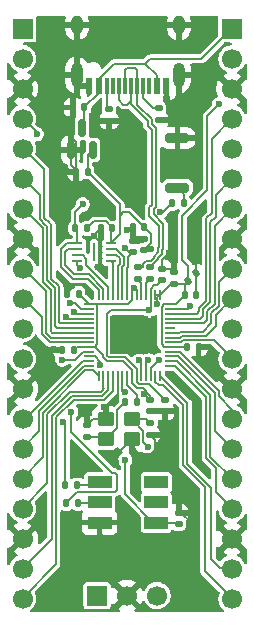
<source format=gbr>
%TF.GenerationSoftware,KiCad,Pcbnew,9.0.2*%
%TF.CreationDate,2025-10-06T12:20:04-04:00*%
%TF.ProjectId,pcb,7063622e-6b69-4636-9164-5f7063625858,rev?*%
%TF.SameCoordinates,Original*%
%TF.FileFunction,Copper,L1,Top*%
%TF.FilePolarity,Positive*%
%FSLAX46Y46*%
G04 Gerber Fmt 4.6, Leading zero omitted, Abs format (unit mm)*
G04 Created by KiCad (PCBNEW 9.0.2) date 2025-10-06 12:20:04*
%MOMM*%
%LPD*%
G01*
G04 APERTURE LIST*
G04 Aperture macros list*
%AMRoundRect*
0 Rectangle with rounded corners*
0 $1 Rounding radius*
0 $2 $3 $4 $5 $6 $7 $8 $9 X,Y pos of 4 corners*
0 Add a 4 corners polygon primitive as box body*
4,1,4,$2,$3,$4,$5,$6,$7,$8,$9,$2,$3,0*
0 Add four circle primitives for the rounded corners*
1,1,$1+$1,$2,$3*
1,1,$1+$1,$4,$5*
1,1,$1+$1,$6,$7*
1,1,$1+$1,$8,$9*
0 Add four rect primitives between the rounded corners*
20,1,$1+$1,$2,$3,$4,$5,0*
20,1,$1+$1,$4,$5,$6,$7,0*
20,1,$1+$1,$6,$7,$8,$9,0*
20,1,$1+$1,$8,$9,$2,$3,0*%
G04 Aperture macros list end*
%TA.AperFunction,SMDPad,CuDef*%
%ADD10RoundRect,0.140000X-0.140000X-0.170000X0.140000X-0.170000X0.140000X0.170000X-0.140000X0.170000X0*%
%TD*%
%TA.AperFunction,SMDPad,CuDef*%
%ADD11RoundRect,0.140000X0.170000X-0.140000X0.170000X0.140000X-0.170000X0.140000X-0.170000X-0.140000X0*%
%TD*%
%TA.AperFunction,SMDPad,CuDef*%
%ADD12RoundRect,0.135000X0.135000X0.185000X-0.135000X0.185000X-0.135000X-0.185000X0.135000X-0.185000X0*%
%TD*%
%TA.AperFunction,SMDPad,CuDef*%
%ADD13RoundRect,0.135000X-0.135000X-0.185000X0.135000X-0.185000X0.135000X0.185000X-0.135000X0.185000X0*%
%TD*%
%TA.AperFunction,ComponentPad*%
%ADD14R,1.700000X1.700000*%
%TD*%
%TA.AperFunction,ComponentPad*%
%ADD15C,1.700000*%
%TD*%
%TA.AperFunction,SMDPad,CuDef*%
%ADD16RoundRect,0.150000X0.150000X-0.587500X0.150000X0.587500X-0.150000X0.587500X-0.150000X-0.587500X0*%
%TD*%
%TA.AperFunction,SMDPad,CuDef*%
%ADD17RoundRect,0.135000X-0.185000X0.135000X-0.185000X-0.135000X0.185000X-0.135000X0.185000X0.135000X0*%
%TD*%
%TA.AperFunction,SMDPad,CuDef*%
%ADD18RoundRect,0.140000X0.140000X0.170000X-0.140000X0.170000X-0.140000X-0.170000X0.140000X-0.170000X0*%
%TD*%
%TA.AperFunction,SMDPad,CuDef*%
%ADD19RoundRect,0.140000X-0.170000X0.140000X-0.170000X-0.140000X0.170000X-0.140000X0.170000X0.140000X0*%
%TD*%
%TA.AperFunction,SMDPad,CuDef*%
%ADD20R,2.000000X1.100000*%
%TD*%
%TA.AperFunction,SMDPad,CuDef*%
%ADD21RoundRect,0.062500X-0.387500X-0.062500X0.387500X-0.062500X0.387500X0.062500X-0.387500X0.062500X0*%
%TD*%
%TA.AperFunction,HeatsinkPad*%
%ADD22R,0.200000X1.600000*%
%TD*%
%TA.AperFunction,SMDPad,CuDef*%
%ADD23RoundRect,0.050000X-0.387500X-0.050000X0.387500X-0.050000X0.387500X0.050000X-0.387500X0.050000X0*%
%TD*%
%TA.AperFunction,SMDPad,CuDef*%
%ADD24RoundRect,0.050000X-0.050000X-0.387500X0.050000X-0.387500X0.050000X0.387500X-0.050000X0.387500X0*%
%TD*%
%TA.AperFunction,HeatsinkPad*%
%ADD25R,3.200000X3.200000*%
%TD*%
%TA.AperFunction,SMDPad,CuDef*%
%ADD26RoundRect,0.140000X0.021213X-0.219203X0.219203X-0.021213X-0.021213X0.219203X-0.219203X0.021213X0*%
%TD*%
%TA.AperFunction,SMDPad,CuDef*%
%ADD27RoundRect,0.200000X-0.800000X0.200000X-0.800000X-0.200000X0.800000X-0.200000X0.800000X0.200000X0*%
%TD*%
%TA.AperFunction,SMDPad,CuDef*%
%ADD28RoundRect,0.250000X-0.450000X-0.350000X0.450000X-0.350000X0.450000X0.350000X-0.450000X0.350000X0*%
%TD*%
%TA.AperFunction,SMDPad,CuDef*%
%ADD29R,0.600000X1.450000*%
%TD*%
%TA.AperFunction,SMDPad,CuDef*%
%ADD30R,0.300000X1.450000*%
%TD*%
%TA.AperFunction,HeatsinkPad*%
%ADD31O,1.000000X2.100000*%
%TD*%
%TA.AperFunction,HeatsinkPad*%
%ADD32O,1.000000X1.600000*%
%TD*%
%TA.AperFunction,ViaPad*%
%ADD33C,0.600000*%
%TD*%
%TA.AperFunction,Conductor*%
%ADD34C,0.200000*%
%TD*%
%TA.AperFunction,Conductor*%
%ADD35C,0.150000*%
%TD*%
G04 APERTURE END LIST*
D10*
%TO.P,C8,1*%
%TO.N,+3V3*%
X106237500Y-88700000D03*
%TO.P,C8,2*%
%TO.N,GND*%
X107197500Y-88700000D03*
%TD*%
D11*
%TO.P,C6,1*%
%TO.N,+3V3*%
X102750000Y-84910000D03*
%TO.P,C6,2*%
%TO.N,GND*%
X102750000Y-83950000D03*
%TD*%
D12*
%TO.P,R7,1*%
%TO.N,+3V3*%
X97940000Y-83050000D03*
%TO.P,R7,2*%
%TO.N,QSPI_SS*%
X96920000Y-83050000D03*
%TD*%
D11*
%TO.P,C18,1*%
%TO.N,+3V3*%
X105710000Y-108100000D03*
%TO.P,C18,2*%
%TO.N,GND*%
X105710000Y-107140000D03*
%TD*%
D13*
%TO.P,R5,1*%
%TO.N,Net-(C15-Pad2)*%
X101177500Y-97760000D03*
%TO.P,R5,2*%
%TO.N,XOUT*%
X102197500Y-97760000D03*
%TD*%
D10*
%TO.P,C9,1*%
%TO.N,+3V3*%
X106420000Y-93090000D03*
%TO.P,C9,2*%
%TO.N,GND*%
X107380000Y-93090000D03*
%TD*%
D14*
%TO.P,J4,1,Pin_1*%
%TO.N,SWCLK*%
X98790000Y-114150000D03*
D15*
%TO.P,J4,2,Pin_2*%
%TO.N,GND*%
X101330000Y-114150000D03*
%TO.P,J4,3,Pin_3*%
%TO.N,SWD*%
X103870000Y-114150000D03*
%TD*%
D10*
%TO.P,C14,1*%
%TO.N,GND*%
X97030000Y-78260000D03*
%TO.P,C14,2*%
%TO.N,+3V3*%
X97990000Y-78260000D03*
%TD*%
D16*
%TO.P,U2,1,GND*%
%TO.N,GND*%
X96560000Y-76410000D03*
%TO.P,U2,2,VO*%
%TO.N,+3V3*%
X98460000Y-76410000D03*
%TO.P,U2,3,VI*%
%TO.N,VBUS*%
X97510000Y-74535000D03*
%TD*%
D17*
%TO.P,R1,1*%
%TO.N,Net-(J1-CC1)*%
X104010000Y-72880000D03*
%TO.P,R1,2*%
%TO.N,GND*%
X104010000Y-73900000D03*
%TD*%
D18*
%TO.P,C7,1*%
%TO.N,+3V3*%
X102800000Y-82980000D03*
%TO.P,C7,2*%
%TO.N,GND*%
X101840000Y-82980000D03*
%TD*%
D11*
%TO.P,C16,1*%
%TO.N,GND*%
X103297500Y-100530000D03*
%TO.P,C16,2*%
%TO.N,XIN*%
X103297500Y-99570000D03*
%TD*%
%TO.P,C12,1*%
%TO.N,+1V1*%
X101807500Y-85090000D03*
%TO.P,C12,2*%
%TO.N,GND*%
X101807500Y-84130000D03*
%TD*%
D19*
%TO.P,C15,1*%
%TO.N,GND*%
X97937500Y-99740000D03*
%TO.P,C15,2*%
%TO.N,Net-(C15-Pad2)*%
X97937500Y-100700000D03*
%TD*%
D11*
%TO.P,C11,1*%
%TO.N,+1V1*%
X104287500Y-87420000D03*
%TO.P,C11,2*%
%TO.N,GND*%
X104287500Y-86460000D03*
%TD*%
D20*
%TO.P,D2,1,DI*%
%TO.N,Net-(D2-DI)*%
X99000000Y-104560000D03*
%TO.P,D2,2,CI*%
%TO.N,Net-(D2-CI)*%
X99000000Y-106260000D03*
%TO.P,D2,3,GND*%
%TO.N,GND*%
X99000000Y-107960000D03*
%TO.P,D2,4,VCC*%
%TO.N,+3V3*%
X103800000Y-107960000D03*
%TO.P,D2,5,CO*%
%TO.N,unconnected-(D2-CO-Pad5)*%
X103800000Y-106260000D03*
%TO.P,D2,6,DO*%
%TO.N,unconnected-(D2-DO-Pad6)*%
X103800000Y-104560000D03*
%TD*%
D21*
%TO.P,U3,1,~{CS}*%
%TO.N,QSPI_SS*%
X97132500Y-84330000D03*
%TO.P,U3,2,DO(IO1)*%
%TO.N,QSPI_SD1*%
X97132500Y-84830000D03*
%TO.P,U3,3,~{WP}(IO2)*%
%TO.N,QSPI_SD2*%
X97132500Y-85330000D03*
%TO.P,U3,4,GND*%
%TO.N,GND*%
X97132500Y-85830000D03*
%TO.P,U3,5,DI(IO0)*%
%TO.N,QSPI_SD0*%
X99982500Y-85830000D03*
%TO.P,U3,6,CLK*%
%TO.N,QSPI_SCLK*%
X99982500Y-85330000D03*
%TO.P,U3,7,~{HOLD}/RESET(IO3)*%
%TO.N,QSPI_SD3*%
X99982500Y-84830000D03*
%TO.P,U3,8,VCC*%
%TO.N,+3V3*%
X99982500Y-84330000D03*
D22*
%TO.P,U3,9,EXP*%
%TO.N,unconnected-(U3-EXP-Pad9)*%
X98557500Y-85080000D03*
%TD*%
D23*
%TO.P,U1,1,IOVDD*%
%TO.N,+3V3*%
X98092500Y-89500000D03*
%TO.P,U1,2,GPIO0*%
%TO.N,GPIO0*%
X98092500Y-89900000D03*
%TO.P,U1,3,GPIO1*%
%TO.N,GPIO1*%
X98092500Y-90300000D03*
%TO.P,U1,4,GPIO2*%
%TO.N,GPIO2*%
X98092500Y-90700000D03*
%TO.P,U1,5,GPIO3*%
%TO.N,GPIO3*%
X98092500Y-91100000D03*
%TO.P,U1,6,GPIO4*%
%TO.N,GPIO4*%
X98092500Y-91500000D03*
%TO.P,U1,7,GPIO5*%
%TO.N,GPIO5*%
X98092500Y-91900000D03*
%TO.P,U1,8,GPIO6*%
%TO.N,GPIO6*%
X98092500Y-92300000D03*
%TO.P,U1,9,GPIO7*%
%TO.N,GPIO7*%
X98092500Y-92700000D03*
%TO.P,U1,10,IOVDD*%
%TO.N,+3V3*%
X98092500Y-93100000D03*
%TO.P,U1,11,GPIO8*%
%TO.N,GPIO8*%
X98092500Y-93500000D03*
%TO.P,U1,12,GPIO9*%
%TO.N,GPIO9*%
X98092500Y-93900000D03*
%TO.P,U1,13,GPIO10*%
%TO.N,GPIO10*%
X98092500Y-94300000D03*
%TO.P,U1,14,GPIO11*%
%TO.N,GPIO11*%
X98092500Y-94700000D03*
D24*
%TO.P,U1,15,GPIO12*%
%TO.N,GPIO12*%
X98930000Y-95537500D03*
%TO.P,U1,16,GPIO13*%
%TO.N,GPIO13*%
X99330000Y-95537500D03*
%TO.P,U1,17,GPIO14*%
%TO.N,GPIO14*%
X99730000Y-95537500D03*
%TO.P,U1,18,GPIO15*%
%TO.N,GPIO15*%
X100130000Y-95537500D03*
%TO.P,U1,19,TESTEN*%
%TO.N,GND*%
X100530000Y-95537500D03*
%TO.P,U1,20,XIN*%
%TO.N,XIN*%
X100930000Y-95537500D03*
%TO.P,U1,21,XOUT*%
%TO.N,XOUT*%
X101330000Y-95537500D03*
%TO.P,U1,22,IOVDD*%
%TO.N,+3V3*%
X101730000Y-95537500D03*
%TO.P,U1,23,DVDD*%
%TO.N,+1V1*%
X102130000Y-95537500D03*
%TO.P,U1,24,SWCLK*%
%TO.N,SWCLK*%
X102530000Y-95537500D03*
%TO.P,U1,25,SWD*%
%TO.N,SWD*%
X102930000Y-95537500D03*
%TO.P,U1,26,RUN*%
%TO.N,RUN*%
X103330000Y-95537500D03*
%TO.P,U1,27,GPIO16*%
%TO.N,GPIO16*%
X103730000Y-95537500D03*
%TO.P,U1,28,GPIO17*%
%TO.N,GPIO17*%
X104130000Y-95537500D03*
D23*
%TO.P,U1,29,GPIO18*%
%TO.N,GPIO18*%
X104967500Y-94700000D03*
%TO.P,U1,30,GPIO19*%
%TO.N,GPIO19*%
X104967500Y-94300000D03*
%TO.P,U1,31,GPIO20*%
%TO.N,GPIO20*%
X104967500Y-93900000D03*
%TO.P,U1,32,GPIO21*%
%TO.N,GPIO21*%
X104967500Y-93500000D03*
%TO.P,U1,33,IOVDD*%
%TO.N,+3V3*%
X104967500Y-93100000D03*
%TO.P,U1,34,GPIO22*%
%TO.N,GPIO22*%
X104967500Y-92700000D03*
%TO.P,U1,35,GPIO23*%
%TO.N,GPIO23*%
X104967500Y-92300000D03*
%TO.P,U1,36,GPIO24*%
%TO.N,GPIO24*%
X104967500Y-91900000D03*
%TO.P,U1,37,GPIO25*%
%TO.N,unconnected-(U1-GPIO25-Pad37)*%
X104967500Y-91500000D03*
%TO.P,U1,38,GPIO26_ADC0*%
%TO.N,GPIO26_ADC0*%
X104967500Y-91100000D03*
%TO.P,U1,39,GPIO27_ADC1*%
%TO.N,GPIO27_ADC1*%
X104967500Y-90700000D03*
%TO.P,U1,40,GPIO28_ADC2*%
%TO.N,GPIO28_ADC2*%
X104967500Y-90300000D03*
%TO.P,U1,41,GPIO29_ADC3*%
%TO.N,GPIO29_ADC3*%
X104967500Y-89900000D03*
%TO.P,U1,42,IOVDD*%
%TO.N,+3V3*%
X104967500Y-89500000D03*
D24*
%TO.P,U1,43,ADC_AVDD*%
X104130000Y-88662500D03*
%TO.P,U1,44,VREG_IN*%
X103730000Y-88662500D03*
%TO.P,U1,45,VREG_VOUT*%
%TO.N,+1V1*%
X103330000Y-88662500D03*
%TO.P,U1,46,USB_DM*%
%TO.N,Net-(U1-USB_DM)*%
X102930000Y-88662500D03*
%TO.P,U1,47,USB_DP*%
%TO.N,Net-(U1-USB_DP)*%
X102530000Y-88662500D03*
%TO.P,U1,48,USB_VDD*%
%TO.N,+3V3*%
X102130000Y-88662500D03*
%TO.P,U1,49,IOVDD*%
X101730000Y-88662500D03*
%TO.P,U1,50,DVDD*%
%TO.N,+1V1*%
X101330000Y-88662500D03*
%TO.P,U1,51,QSPI_SD3*%
%TO.N,QSPI_SD3*%
X100930000Y-88662500D03*
%TO.P,U1,52,QSPI_SCLK*%
%TO.N,QSPI_SCLK*%
X100530000Y-88662500D03*
%TO.P,U1,53,QSPI_SD0*%
%TO.N,QSPI_SD0*%
X100130000Y-88662500D03*
%TO.P,U1,54,QSPI_SD2*%
%TO.N,QSPI_SD2*%
X99730000Y-88662500D03*
%TO.P,U1,55,QSPI_SD1*%
%TO.N,QSPI_SD1*%
X99330000Y-88662500D03*
%TO.P,U1,56,QSPI_SS*%
%TO.N,QSPI_SS*%
X98930000Y-88662500D03*
D25*
%TO.P,U1,57,GND*%
%TO.N,GND*%
X101530000Y-92100000D03*
%TD*%
D13*
%TO.P,R8,1*%
%TO.N,GPIO8*%
X96170000Y-106330000D03*
%TO.P,R8,2*%
%TO.N,Net-(D2-CI)*%
X97190000Y-106330000D03*
%TD*%
D26*
%TO.P,C1,1*%
%TO.N,+3V3*%
X106478089Y-87549411D03*
%TO.P,C1,2*%
%TO.N,GND*%
X107156911Y-86870589D03*
%TD*%
D17*
%TO.P,R2,1*%
%TO.N,Net-(J1-CC2)*%
X99810000Y-72910000D03*
%TO.P,R2,2*%
%TO.N,GND*%
X99810000Y-73930000D03*
%TD*%
D14*
%TO.P,J2,1,Pin_1*%
%TO.N,GPIO0*%
X92480000Y-66150000D03*
D15*
%TO.P,J2,2,Pin_2*%
%TO.N,GPIO1*%
X92480000Y-68690000D03*
%TO.P,J2,3,Pin_3*%
%TO.N,GND*%
X92480000Y-71230000D03*
%TO.P,J2,4,Pin_4*%
%TO.N,GPIO2*%
X92480000Y-73770000D03*
%TO.P,J2,5,Pin_5*%
%TO.N,GPIO3*%
X92480000Y-76310000D03*
%TO.P,J2,6,Pin_6*%
%TO.N,GPIO4*%
X92480000Y-78850000D03*
%TO.P,J2,7,Pin_7*%
%TO.N,GPIO5*%
X92480000Y-81390000D03*
%TO.P,J2,8,Pin_8*%
%TO.N,GND*%
X92480000Y-83930000D03*
%TO.P,J2,9,Pin_9*%
%TO.N,GPIO6*%
X92480000Y-86470000D03*
%TO.P,J2,10,Pin_10*%
%TO.N,GPIO7*%
X92480000Y-89010000D03*
%TO.P,J2,11,Pin_11*%
%TO.N,GPIO8*%
X92480000Y-91550000D03*
%TO.P,J2,12,Pin_12*%
%TO.N,GPIO9*%
X92480000Y-94090000D03*
%TO.P,J2,13,Pin_13*%
%TO.N,GND*%
X92480000Y-96630000D03*
%TO.P,J2,14,Pin_14*%
%TO.N,GPIO10*%
X92480000Y-99170000D03*
%TO.P,J2,15,Pin_15*%
%TO.N,GPIO11*%
X92480000Y-101710000D03*
%TO.P,J2,16,Pin_16*%
%TO.N,GPIO12*%
X92480000Y-104250000D03*
%TO.P,J2,17,Pin_17*%
%TO.N,GPIO13*%
X92480000Y-106790000D03*
%TO.P,J2,18,Pin_18*%
%TO.N,GND*%
X92480000Y-109330000D03*
%TO.P,J2,19,Pin_19*%
%TO.N,GPIO14*%
X92480000Y-111870000D03*
%TO.P,J2,20,Pin_20*%
%TO.N,GPIO15*%
X92480000Y-114410000D03*
%TD*%
D17*
%TO.P,R3,1*%
%TO.N,USB_D+*%
X102227500Y-86340000D03*
%TO.P,R3,2*%
%TO.N,Net-(U1-USB_DP)*%
X102227500Y-87360000D03*
%TD*%
D18*
%TO.P,C3,1*%
%TO.N,+3V3*%
X96810000Y-93370000D03*
%TO.P,C3,2*%
%TO.N,GND*%
X95850000Y-93370000D03*
%TD*%
D10*
%TO.P,C13,1*%
%TO.N,GND*%
X96760000Y-72820000D03*
%TO.P,C13,2*%
%TO.N,VBUS*%
X97720000Y-72820000D03*
%TD*%
D27*
%TO.P,SW1,1,1*%
%TO.N,GND*%
X105600000Y-75410000D03*
%TO.P,SW1,2,2*%
%TO.N,Net-(R6-Pad1)*%
X105600000Y-79610000D03*
%TD*%
D13*
%TO.P,R9,1*%
%TO.N,GPIO9*%
X96110000Y-104780000D03*
%TO.P,R9,2*%
%TO.N,Net-(D2-DI)*%
X97130000Y-104780000D03*
%TD*%
D19*
%TO.P,C10,1*%
%TO.N,+1V1*%
X104540000Y-97590000D03*
%TO.P,C10,2*%
%TO.N,GND*%
X104540000Y-98550000D03*
%TD*%
D12*
%TO.P,R6,1*%
%TO.N,Net-(R6-Pad1)*%
X106140000Y-80930000D03*
%TO.P,R6,2*%
%TO.N,QSPI_SS*%
X105120000Y-80930000D03*
%TD*%
D11*
%TO.P,C5,1*%
%TO.N,+3V3*%
X105327500Y-87740000D03*
%TO.P,C5,2*%
%TO.N,GND*%
X105327500Y-86780000D03*
%TD*%
D17*
%TO.P,R4,1*%
%TO.N,USB_D-*%
X103267500Y-86340000D03*
%TO.P,R4,2*%
%TO.N,Net-(U1-USB_DM)*%
X103267500Y-87360000D03*
%TD*%
D18*
%TO.P,C4,1*%
%TO.N,+3V3*%
X97227500Y-88570000D03*
%TO.P,C4,2*%
%TO.N,GND*%
X96267500Y-88570000D03*
%TD*%
D28*
%TO.P,Y1,1,1*%
%TO.N,Net-(C15-Pad2)*%
X99527500Y-100920000D03*
%TO.P,Y1,2,2*%
%TO.N,GND*%
X101727500Y-100920000D03*
%TO.P,Y1,3,3*%
%TO.N,XIN*%
X101727500Y-99220000D03*
%TO.P,Y1,4,4*%
%TO.N,GND*%
X99527500Y-99220000D03*
%TD*%
D10*
%TO.P,C17,1*%
%TO.N,GND*%
X99137500Y-83050000D03*
%TO.P,C17,2*%
%TO.N,+3V3*%
X100097500Y-83050000D03*
%TD*%
D19*
%TO.P,C2,1*%
%TO.N,+3V3*%
X103297500Y-97570000D03*
%TO.P,C2,2*%
%TO.N,GND*%
X103297500Y-98530000D03*
%TD*%
D14*
%TO.P,J3,1,Pin_1*%
%TO.N,VBUS*%
X110220000Y-66160000D03*
D15*
%TO.P,J3,2,Pin_2*%
%TO.N,GPIO29_ADC3*%
X110220000Y-68700000D03*
%TO.P,J3,3,Pin_3*%
%TO.N,GND*%
X110220000Y-71240000D03*
%TO.P,J3,4,Pin_4*%
%TO.N,GPIO28_ADC2*%
X110220000Y-73780000D03*
%TO.P,J3,5,Pin_5*%
%TO.N,+3V3*%
X110220000Y-76320000D03*
%TO.P,J3,6,Pin_6*%
%TO.N,GPIO27_ADC1*%
X110220000Y-78860000D03*
%TO.P,J3,7,Pin_7*%
%TO.N,GPIO26_ADC0*%
X110220000Y-81400000D03*
%TO.P,J3,8,Pin_8*%
%TO.N,GND*%
X110220000Y-83940000D03*
%TO.P,J3,9,Pin_9*%
%TO.N,GPIO24*%
X110220000Y-86480000D03*
%TO.P,J3,10,Pin_10*%
%TO.N,GPIO23*%
X110220000Y-89020000D03*
%TO.P,J3,11,Pin_11*%
%TO.N,RUN*%
X110220000Y-91560000D03*
%TO.P,J3,12,Pin_12*%
%TO.N,GPIO22*%
X110220000Y-94100000D03*
%TO.P,J3,13,Pin_13*%
%TO.N,GND*%
X110220000Y-96640000D03*
%TO.P,J3,14,Pin_14*%
%TO.N,GPIO21*%
X110220000Y-99180000D03*
%TO.P,J3,15,Pin_15*%
%TO.N,GPIO20*%
X110220000Y-101720000D03*
%TO.P,J3,16,Pin_16*%
%TO.N,GPIO19*%
X110220000Y-104260000D03*
%TO.P,J3,17,Pin_17*%
%TO.N,GPIO18*%
X110220000Y-106800000D03*
%TO.P,J3,18,Pin_18*%
%TO.N,GND*%
X110220000Y-109340000D03*
%TO.P,J3,19,Pin_19*%
%TO.N,GPIO17*%
X110220000Y-111880000D03*
%TO.P,J3,20,Pin_20*%
%TO.N,GPIO16*%
X110220000Y-114420000D03*
%TD*%
D29*
%TO.P,J1,A1,GND*%
%TO.N,GND*%
X104650000Y-70965000D03*
%TO.P,J1,A4,VBUS*%
%TO.N,VBUS*%
X103850000Y-70965000D03*
D30*
%TO.P,J1,A5,CC1*%
%TO.N,Net-(J1-CC1)*%
X102650000Y-70965000D03*
%TO.P,J1,A6,D+*%
%TO.N,USB_D+*%
X101650000Y-70965000D03*
%TO.P,J1,A7,D-*%
%TO.N,USB_D-*%
X101150000Y-70965000D03*
%TO.P,J1,A8*%
%TO.N,N/C*%
X100150000Y-70965000D03*
D29*
%TO.P,J1,A9,VBUS*%
%TO.N,VBUS*%
X98950000Y-70965000D03*
%TO.P,J1,A12,GND*%
%TO.N,GND*%
X98150000Y-70965000D03*
%TO.P,J1,B1,GND*%
X98150000Y-70965000D03*
%TO.P,J1,B4,VBUS*%
%TO.N,VBUS*%
X98950000Y-70965000D03*
D30*
%TO.P,J1,B5,CC2*%
%TO.N,Net-(J1-CC2)*%
X99650000Y-70965000D03*
%TO.P,J1,B6,D+*%
%TO.N,USB_D+*%
X100650000Y-70965000D03*
%TO.P,J1,B7,D-*%
%TO.N,USB_D-*%
X102150000Y-70965000D03*
%TO.P,J1,B8*%
%TO.N,N/C*%
X103150000Y-70965000D03*
D29*
%TO.P,J1,B9,VBUS*%
%TO.N,VBUS*%
X103850000Y-70965000D03*
%TO.P,J1,B12,GND*%
%TO.N,GND*%
X104650000Y-70965000D03*
D31*
%TO.P,J1,S1,SHIELD*%
X105720000Y-70050000D03*
D32*
X105720000Y-65870000D03*
D31*
X97080000Y-70050000D03*
D32*
X97080000Y-65870000D03*
%TD*%
D33*
%TO.N,GND*%
X105190000Y-83140000D03*
X95108172Y-93274999D03*
X107280000Y-72880000D03*
X98800000Y-80410000D03*
X104880000Y-85140000D03*
X97420000Y-111210000D03*
X95325000Y-79300000D03*
X96210000Y-114700000D03*
X100040000Y-78000000D03*
X105520000Y-72880000D03*
X107710000Y-65960000D03*
X96290000Y-109320000D03*
X96120000Y-87770000D03*
X98940000Y-67640000D03*
X99950000Y-110680000D03*
X102730000Y-111560000D03*
X104730000Y-72030000D03*
X95325000Y-78160000D03*
X102860000Y-102900000D03*
X104940000Y-99990000D03*
X96290000Y-110310000D03*
X95080000Y-113800000D03*
X102730000Y-109730000D03*
X102590000Y-80455000D03*
X99365000Y-98147260D03*
X103920000Y-67640000D03*
X97670000Y-79290000D03*
X98530790Y-83680908D03*
X101340000Y-79150000D03*
X106440000Y-73960000D03*
X103610000Y-93460000D03*
X101380000Y-74630000D03*
X96250000Y-78170000D03*
X107290000Y-73960000D03*
X101370000Y-77960000D03*
X104970000Y-102450000D03*
X106340000Y-110210000D03*
X103900000Y-65890000D03*
X106460000Y-114730000D03*
X103590000Y-90720000D03*
X104960000Y-101150000D03*
X95080000Y-114710000D03*
X105530000Y-73960000D03*
X97315935Y-86375000D03*
X96290000Y-111220000D03*
X107040000Y-84200000D03*
X107590000Y-114720000D03*
X98630000Y-74010000D03*
X96300000Y-108330000D03*
X102580000Y-79160000D03*
X98950000Y-65870000D03*
X95120000Y-65910000D03*
X105210000Y-110220000D03*
X107390000Y-102620000D03*
X100030000Y-75620000D03*
X107160000Y-100310000D03*
X102640000Y-75660000D03*
X96490000Y-80630000D03*
X101325000Y-83200000D03*
X101320000Y-110670000D03*
X103620000Y-92090000D03*
X100390000Y-102870000D03*
X105910000Y-96330000D03*
X107090000Y-97920000D03*
X106790000Y-108680000D03*
X97080000Y-102010000D03*
X101330000Y-111580000D03*
X106340000Y-111120000D03*
X107590000Y-113810000D03*
X97080000Y-103260000D03*
X97420000Y-110300000D03*
X105690000Y-105090000D03*
X95350000Y-76090000D03*
X98834634Y-86347573D03*
X100000000Y-76810000D03*
X106460000Y-113820000D03*
X96500000Y-79300000D03*
X95340000Y-77040000D03*
X105210000Y-111130000D03*
X101330000Y-109750000D03*
X107070000Y-82270000D03*
X95325000Y-80660000D03*
X101370000Y-76830000D03*
X102720000Y-110650000D03*
X101370000Y-75650000D03*
X96300000Y-107460000D03*
X96694923Y-87892930D03*
X99950000Y-111590000D03*
X107053089Y-85920000D03*
X102610000Y-77970000D03*
X99930000Y-109720000D03*
X105660000Y-104060000D03*
X96360000Y-74100000D03*
X96210000Y-113790000D03*
X95350000Y-75110000D03*
X102640000Y-76840000D03*
X101380000Y-73450000D03*
X106430000Y-72880000D03*
%TO.N,+3V3*%
X101170000Y-102670000D03*
X102787602Y-97049021D03*
X103378000Y-84781695D03*
X101907104Y-88115508D03*
X109100000Y-72550000D03*
X103905000Y-89448899D03*
%TO.N,+1V1*%
X101172836Y-84757164D03*
X103212200Y-90006802D03*
%TO.N,XIN*%
X103100000Y-101560000D03*
X101130000Y-96940000D03*
%TO.N,GPIO9*%
X99073983Y-94607995D03*
X95885000Y-99480000D03*
%TO.N,GPIO0*%
X96528109Y-89368546D03*
%TO.N,GPIO1*%
X96830754Y-90125000D03*
%TO.N,GPIO8*%
X95845090Y-94180000D03*
X96603847Y-98583847D03*
%TO.N,GPIO2*%
X93690000Y-75080000D03*
X96128000Y-90525000D03*
%TO.N,RUN*%
X104000000Y-94220000D03*
%TO.N,GPIO29_ADC3*%
X106697500Y-89660000D03*
%TO.N,SWCLK*%
X102330000Y-94240000D03*
%TO.N,SWD*%
X103129511Y-94211947D03*
%TO.N,QSPI_SS*%
X97580000Y-81030000D03*
X104150000Y-81640000D03*
%TD*%
D34*
%TO.N,GND*%
X101727500Y-100920000D02*
X100390000Y-102257500D01*
X103701000Y-101808943D02*
X103348943Y-102161000D01*
X103348943Y-102161000D02*
X102368500Y-102161000D01*
X103701000Y-100933500D02*
X103701000Y-101808943D01*
X104650000Y-71950000D02*
X104730000Y-72030000D01*
X99527500Y-98238449D02*
X100530000Y-97235949D01*
D35*
X101807500Y-84130000D02*
X102570000Y-84130000D01*
X96120000Y-88422500D02*
X96267500Y-88570000D01*
X107156911Y-86870589D02*
X107156911Y-86136911D01*
X106790000Y-108680000D02*
X106790000Y-108010000D01*
X107156911Y-86136911D02*
X106940000Y-85920000D01*
X107197500Y-88700000D02*
X107197500Y-86911178D01*
D34*
X101727500Y-101520000D02*
X101727500Y-100920000D01*
D35*
X97132500Y-86191565D02*
X97315935Y-86375000D01*
X103297500Y-98530000D02*
X104520000Y-98530000D01*
X96694923Y-88142577D02*
X96267500Y-88570000D01*
X97030000Y-75780000D02*
X92480000Y-71230000D01*
D34*
X99365000Y-98147260D02*
X99365000Y-99057500D01*
D35*
X98933500Y-84083618D02*
X98933500Y-86248707D01*
X104287500Y-86460000D02*
X105007500Y-86460000D01*
X107197500Y-86911178D02*
X107156911Y-86870589D01*
X105920000Y-107140000D02*
X105710000Y-107140000D01*
X104880000Y-85140000D02*
X105327500Y-85587500D01*
X104287500Y-85732500D02*
X104880000Y-85140000D01*
X105007500Y-86460000D02*
X105327500Y-86780000D01*
X98530790Y-83680908D02*
X98530790Y-83656710D01*
X101807500Y-83012500D02*
X101840000Y-82980000D01*
D34*
X99660000Y-109480000D02*
X99000000Y-108820000D01*
D35*
X106940000Y-85920000D02*
X107053089Y-85920000D01*
X97030000Y-78120000D02*
X96560000Y-77650000D01*
X101807500Y-84130000D02*
X101807500Y-83012500D01*
D34*
X102368500Y-102161000D02*
X101727500Y-101520000D01*
X99365000Y-99057500D02*
X99527500Y-99220000D01*
D35*
X101545000Y-82980000D02*
X101325000Y-83200000D01*
D34*
X104650000Y-70965000D02*
X104650000Y-71950000D01*
X99527500Y-99220000D02*
X98457500Y-99220000D01*
D35*
X96120000Y-87770000D02*
X96120000Y-88422500D01*
X104287500Y-86460000D02*
X104287500Y-85732500D01*
X98530790Y-83656710D02*
X99137500Y-83050000D01*
D34*
X100530000Y-97235949D02*
X100530000Y-95537500D01*
D35*
X105327500Y-85587500D02*
X105327500Y-86780000D01*
D34*
X99690000Y-109480000D02*
X99660000Y-109480000D01*
D35*
X97030000Y-78260000D02*
X97030000Y-75780000D01*
X95850000Y-93370000D02*
X95203173Y-93370000D01*
X96560000Y-77650000D02*
X96560000Y-76410000D01*
X101840000Y-82980000D02*
X101545000Y-82980000D01*
D34*
X99527500Y-99220000D02*
X99527500Y-98238449D01*
D35*
X97132500Y-85830000D02*
X97132500Y-86191565D01*
X104520000Y-98530000D02*
X104540000Y-98550000D01*
D34*
X98457500Y-99220000D02*
X97937500Y-99740000D01*
D35*
X102570000Y-84130000D02*
X102750000Y-83950000D01*
D34*
X99000000Y-108820000D02*
X99000000Y-107960000D01*
X103297500Y-100530000D02*
X103701000Y-100933500D01*
D35*
X96694923Y-87892930D02*
X96694923Y-88142577D01*
X95203173Y-93370000D02*
X95108172Y-93274999D01*
X97030000Y-78260000D02*
X97030000Y-78120000D01*
D34*
X100390000Y-102257500D02*
X100390000Y-102870000D01*
D35*
X98530790Y-83680908D02*
X98933500Y-84083618D01*
X106790000Y-108010000D02*
X105920000Y-107140000D01*
D34*
X99930000Y-109720000D02*
X99690000Y-109480000D01*
D35*
X98933500Y-86248707D02*
X98834634Y-86347573D01*
%TO.N,+3V3*%
X103800000Y-107960000D02*
X105570000Y-107960000D01*
X106237500Y-87790000D02*
X106478089Y-87549411D01*
X97990000Y-76880000D02*
X98460000Y-76410000D01*
X96810000Y-93370000D02*
X97080000Y-93100000D01*
X97990000Y-78260000D02*
X97990000Y-76880000D01*
X106000000Y-81974984D02*
X106000000Y-85740000D01*
X108138000Y-73512000D02*
X108138000Y-79836984D01*
X97080000Y-93100000D02*
X98092500Y-93100000D01*
X103560000Y-107960000D02*
X101170000Y-105570000D01*
X99982500Y-84330000D02*
X99982500Y-83165000D01*
X101907104Y-88115508D02*
X102033008Y-88115508D01*
X104130000Y-88662500D02*
X105052500Y-87740000D01*
X98806000Y-89566000D02*
X98740000Y-89500000D01*
X100750000Y-81900000D02*
X100750000Y-83562500D01*
X101930000Y-88138404D02*
X101907104Y-88115508D01*
X101730000Y-88662500D02*
X101730000Y-89162420D01*
X102130000Y-88212500D02*
X102130000Y-88662500D01*
X103297500Y-97227500D02*
X102672000Y-96602000D01*
X103336000Y-84324000D02*
X103336000Y-83516000D01*
X102787602Y-97049021D02*
X102787602Y-97060102D01*
X103905000Y-88887500D02*
X104130000Y-88662500D01*
X100750000Y-83562500D02*
X99982500Y-84330000D01*
X99640612Y-94327000D02*
X99299000Y-93985388D01*
X100810000Y-81900000D02*
X100750000Y-81900000D01*
X104967500Y-93100000D02*
X105467420Y-93100000D01*
X106000000Y-85740000D02*
X106478089Y-86218089D01*
X100750000Y-81330000D02*
X100750000Y-81900000D01*
X99511500Y-82464000D02*
X98526000Y-82464000D01*
X101170000Y-105570000D02*
X101170000Y-102670000D01*
X102198192Y-96602000D02*
X101730000Y-96133808D01*
X104967500Y-89500000D02*
X104467580Y-89500000D01*
X101730000Y-88292612D02*
X101907104Y-88115508D01*
X103249695Y-84910000D02*
X103378000Y-84781695D01*
X101730000Y-88662500D02*
X101730000Y-88292612D01*
X101019420Y-94327000D02*
X99640612Y-94327000D01*
X101730000Y-95037580D02*
X101019420Y-94327000D01*
X102787602Y-97060102D02*
X103297500Y-97570000D01*
X98092500Y-89435000D02*
X97227500Y-88570000D01*
X105477420Y-93090000D02*
X106420000Y-93090000D01*
X100750000Y-81020000D02*
X100750000Y-81330000D01*
X98592420Y-93100000D02*
X98806000Y-92886420D01*
X104254000Y-89713580D02*
X104254000Y-92886420D01*
X101730000Y-89162420D02*
X101392420Y-89500000D01*
X103336000Y-83516000D02*
X102800000Y-82980000D01*
X104254000Y-92886420D02*
X104467580Y-93100000D01*
X105052500Y-87740000D02*
X105327500Y-87740000D01*
X98092500Y-89500000D02*
X98092500Y-89435000D01*
X105467420Y-93100000D02*
X105477420Y-93090000D01*
X102800000Y-82980000D02*
X101510000Y-81690000D01*
X103905000Y-89448899D02*
X103905000Y-88887500D01*
X104467580Y-93100000D02*
X104967500Y-93100000D01*
X103730000Y-88662500D02*
X104130000Y-88662500D01*
X102750000Y-84910000D02*
X103336000Y-84324000D01*
X100097500Y-83050000D02*
X99511500Y-82464000D01*
X103297500Y-97570000D02*
X103297500Y-97227500D01*
X106410000Y-93100000D02*
X106420000Y-93110000D01*
X104967500Y-89500000D02*
X105437500Y-89500000D01*
X101730000Y-96133808D02*
X101730000Y-95537500D01*
X105570000Y-107960000D02*
X105710000Y-108100000D01*
X109100000Y-72550000D02*
X108138000Y-73512000D01*
X102672000Y-96602000D02*
X102198192Y-96602000D01*
X101510000Y-81690000D02*
X101020000Y-81690000D01*
X98592420Y-93100000D02*
X98092500Y-93100000D01*
X101730000Y-95537500D02*
X101730000Y-95037580D01*
X104467580Y-89500000D02*
X104254000Y-89713580D01*
X98526000Y-82464000D02*
X97940000Y-83050000D01*
X106478089Y-86218089D02*
X106478089Y-87549411D01*
X101020000Y-81690000D02*
X100810000Y-81900000D01*
X103800000Y-107960000D02*
X103560000Y-107960000D01*
X98806000Y-92886420D02*
X98806000Y-89566000D01*
X105327500Y-87740000D02*
X106287500Y-87740000D01*
X102750000Y-84910000D02*
X103249695Y-84910000D01*
X102033008Y-88115508D02*
X102130000Y-88212500D01*
X101392420Y-89500000D02*
X98740000Y-89500000D01*
X99299000Y-93806580D02*
X98592420Y-93100000D01*
X99299000Y-93985388D02*
X99299000Y-93806580D01*
X99982500Y-83165000D02*
X100097500Y-83050000D01*
X98740000Y-89500000D02*
X98092500Y-89500000D01*
X105437500Y-89500000D02*
X106237500Y-88700000D01*
X108138000Y-79836984D02*
X106000000Y-81974984D01*
X106287500Y-87740000D02*
X106478089Y-87549411D01*
X106237500Y-88700000D02*
X106237500Y-87790000D01*
X97990000Y-78260000D02*
X100750000Y-81020000D01*
%TO.N,+1V1*%
X101330000Y-88662500D02*
X101330000Y-86405721D01*
X101410500Y-86325220D02*
X101410500Y-85487000D01*
X101164808Y-93976000D02*
X99786000Y-93976000D01*
X99650000Y-93840000D02*
X99650000Y-90310000D01*
X99953198Y-90006802D02*
X103212200Y-90006802D01*
X103330000Y-88662500D02*
X103330000Y-88162580D01*
X104540000Y-97590000D02*
X103201000Y-96251000D01*
X102130000Y-95537500D02*
X102130000Y-94941192D01*
X103827500Y-87880000D02*
X104287500Y-87420000D01*
X103330000Y-88162580D02*
X103612580Y-87880000D01*
X101330000Y-86405721D02*
X101410500Y-86325220D01*
X103212200Y-90006802D02*
X103330000Y-89889002D01*
X101410500Y-85487000D02*
X101807500Y-85090000D01*
X103330000Y-89889002D02*
X103330000Y-88662500D01*
X101505672Y-85090000D02*
X101172836Y-84757164D01*
X103201000Y-96251000D02*
X102343580Y-96251000D01*
X102343580Y-96251000D02*
X102130000Y-96037420D01*
X99650000Y-90310000D02*
X99953198Y-90006802D01*
X102130000Y-96037420D02*
X102130000Y-95537500D01*
X101807500Y-85090000D02*
X101505672Y-85090000D01*
X102130000Y-94941192D02*
X101164808Y-93976000D01*
X99786000Y-93976000D02*
X99650000Y-93840000D01*
X103612580Y-87880000D02*
X103827500Y-87880000D01*
%TO.N,VBUS*%
X97720000Y-72820000D02*
X98950000Y-71590000D01*
X102879000Y-69119000D02*
X103288000Y-68710000D01*
X98950000Y-71590000D02*
X98950000Y-70965000D01*
X100231000Y-69119000D02*
X102879000Y-69119000D01*
X97720000Y-74325000D02*
X97510000Y-74535000D01*
X107620000Y-68710000D02*
X110220000Y-66110000D01*
X98950000Y-70400000D02*
X100231000Y-69119000D01*
X98950000Y-70965000D02*
X98950000Y-70400000D01*
X102879000Y-69119000D02*
X103850000Y-70090000D01*
X103288000Y-68710000D02*
X107620000Y-68710000D01*
X97720000Y-72820000D02*
X97720000Y-74325000D01*
X103850000Y-70090000D02*
X103850000Y-70965000D01*
%TO.N,Net-(C15-Pad2)*%
X100503500Y-98434000D02*
X101177500Y-97760000D01*
X99527500Y-100920000D02*
X100503500Y-99944000D01*
X99307500Y-100700000D02*
X99527500Y-100920000D01*
X100503500Y-99944000D02*
X100503500Y-98434000D01*
X97937500Y-100700000D02*
X99307500Y-100700000D01*
%TO.N,XIN*%
X102703500Y-100196000D02*
X102703500Y-101163500D01*
X100930000Y-96848248D02*
X100930000Y-95537500D01*
X101130000Y-96940000D02*
X101129964Y-96940036D01*
X101727500Y-99220000D02*
X102703500Y-100196000D01*
X102947500Y-99220000D02*
X103297500Y-99570000D01*
X101021788Y-96940036D02*
X100930000Y-96848248D01*
X102703500Y-101163500D02*
X103100000Y-101560000D01*
X101727500Y-99220000D02*
X102947500Y-99220000D01*
X101129964Y-96940036D02*
X101021788Y-96940036D01*
%TO.N,USB_D+*%
X102671500Y-86031016D02*
X102908516Y-85794000D01*
X102227500Y-86340000D02*
X102671500Y-86340000D01*
X103317112Y-85794000D02*
X103585500Y-85525612D01*
X100650000Y-72210000D02*
X101010000Y-72570000D01*
X104049000Y-84660024D02*
X104049000Y-82849977D01*
X101650000Y-72566388D02*
X101650000Y-72250000D01*
X103063000Y-73979388D02*
X101650000Y-72566388D01*
X100650000Y-70965000D02*
X100650000Y-72210000D01*
X102908516Y-85794000D02*
X103317112Y-85794000D01*
X102671500Y-86340000D02*
X102671500Y-86031016D01*
X103063000Y-74354373D02*
X103063000Y-73979388D01*
X103223000Y-82023976D02*
X103223000Y-81256024D01*
X103953000Y-84756024D02*
X104049000Y-84660024D01*
X101330000Y-72570000D02*
X101650000Y-72250000D01*
X101010000Y-72570000D02*
X101330000Y-72570000D01*
X103585500Y-85525612D02*
X103585500Y-85441724D01*
X101650000Y-72250000D02*
X101650000Y-70965000D01*
X103419000Y-81060024D02*
X103419000Y-74710372D01*
X103419000Y-74710372D02*
X103063000Y-74354373D01*
X103585500Y-85441724D02*
X103953000Y-85074224D01*
X103953000Y-85074224D02*
X103953000Y-84756024D01*
X104049000Y-82849977D02*
X103223000Y-82023976D01*
X103223000Y-81256024D02*
X103419000Y-81060024D01*
%TO.N,USB_D-*%
X102010000Y-69470000D02*
X102150000Y-69610000D01*
X103936500Y-85587112D02*
X103936500Y-85671000D01*
X103574000Y-81878588D02*
X104400000Y-82704588D01*
X102150000Y-70965000D02*
X102150000Y-72570000D01*
X101150000Y-69630000D02*
X101310000Y-69470000D01*
X104400000Y-84805412D02*
X104304000Y-84901412D01*
X104400000Y-82704588D02*
X104400000Y-84805412D01*
X102150000Y-69610000D02*
X102150000Y-70965000D01*
X104304000Y-85219612D02*
X103936500Y-85587112D01*
X101310000Y-69470000D02*
X102010000Y-69470000D01*
X103770000Y-74564984D02*
X103770000Y-81205412D01*
X104304000Y-84901412D02*
X104304000Y-85219612D01*
X103414000Y-73834000D02*
X103414000Y-74208984D01*
X102150000Y-72570000D02*
X103414000Y-73834000D01*
X103936500Y-85671000D02*
X103267500Y-86340000D01*
X103770000Y-81205412D02*
X103574000Y-81401412D01*
X103574000Y-81401412D02*
X103574000Y-81878588D01*
X103414000Y-74208984D02*
X103770000Y-74564984D01*
X101150000Y-70965000D02*
X101150000Y-69630000D01*
D34*
%TO.N,Net-(J1-CC2)*%
X99650000Y-72750000D02*
X99650000Y-70965000D01*
X99810000Y-72910000D02*
X99650000Y-72750000D01*
%TO.N,Net-(J1-CC1)*%
X103490000Y-72880000D02*
X102650000Y-72040000D01*
X102650000Y-72040000D02*
X102650000Y-70965000D01*
X104010000Y-72880000D02*
X103490000Y-72880000D01*
D35*
%TO.N,GPIO5*%
X94851000Y-88254611D02*
X94210000Y-87613612D01*
X94851000Y-91760000D02*
X94851000Y-88254611D01*
X94210000Y-87613612D02*
X94210000Y-83030000D01*
X98092500Y-91900000D02*
X94991000Y-91900000D01*
X94210000Y-83030000D02*
X92480000Y-81300000D01*
X94991000Y-91900000D02*
X94851000Y-91760000D01*
%TO.N,GPIO4*%
X95202000Y-88109221D02*
X94561000Y-87468224D01*
X95372000Y-91500000D02*
X95202000Y-91330000D01*
X94420000Y-82740000D02*
X93980000Y-82300000D01*
X94561000Y-82884612D02*
X94420000Y-82743611D01*
X98092500Y-91500000D02*
X95372000Y-91500000D01*
X93980000Y-80260000D02*
X92480000Y-78760000D01*
X95202000Y-91330000D02*
X95202000Y-88109221D01*
X94420000Y-82743611D02*
X94420000Y-82740000D01*
X93980000Y-82300000D02*
X93980000Y-80260000D01*
X94561000Y-87468224D02*
X94561000Y-82884612D01*
D34*
%TO.N,GPIO9*%
X98640772Y-93900000D02*
X99073983Y-94333211D01*
X99073983Y-94333211D02*
X99073983Y-94607995D01*
X98640772Y-93900000D02*
X98092500Y-93900000D01*
D35*
X96110000Y-99705000D02*
X95885000Y-99480000D01*
X96110000Y-104780000D02*
X96110000Y-99705000D01*
%TO.N,GPIO13*%
X96511744Y-96870000D02*
X99090000Y-96870000D01*
X94585872Y-98795872D02*
X96511744Y-96870000D01*
X92480000Y-106700000D02*
X94585872Y-104594128D01*
X99090000Y-96870000D02*
X99340000Y-96620000D01*
X99340000Y-96620000D02*
X99330000Y-96610000D01*
X94585872Y-104594128D02*
X94585872Y-98795872D01*
X99330000Y-96610000D02*
X99330000Y-95537500D01*
%TO.N,GPIO10*%
X97592580Y-94300000D02*
X98092500Y-94300000D01*
X92480000Y-99080000D02*
X92812580Y-99080000D01*
X92480000Y-99080000D02*
X92480000Y-98680000D01*
X92812580Y-99080000D02*
X97592580Y-94300000D01*
%TO.N,GPIO15*%
X100120000Y-96680000D02*
X100130000Y-96670000D01*
X96802260Y-97572260D02*
X99380516Y-97572260D01*
X100120000Y-96832776D02*
X100120000Y-96680000D01*
X99380516Y-97572260D02*
X100120000Y-96832776D01*
X95310000Y-99064520D02*
X96802260Y-97572260D01*
X95310000Y-111490000D02*
X95310000Y-99064520D01*
X100130000Y-96670000D02*
X100130000Y-95537500D01*
X92480000Y-114320000D02*
X95310000Y-111490000D01*
%TO.N,GPIO14*%
X92480000Y-111780000D02*
X94936872Y-109323128D01*
X99730000Y-96726388D02*
X99730000Y-95537500D01*
X96657132Y-97221000D02*
X99235388Y-97221000D01*
X94936872Y-109323128D02*
X94936872Y-98941260D01*
X94936872Y-98941260D02*
X96657132Y-97221000D01*
X99235388Y-97221000D02*
X99730000Y-96726388D01*
%TO.N,GPIO12*%
X92480000Y-104160000D02*
X94225484Y-102414516D01*
X98468500Y-95076000D02*
X98930000Y-95537500D01*
X94225484Y-102414516D02*
X94225484Y-98659872D01*
X97809356Y-95076000D02*
X98468500Y-95076000D01*
X94225484Y-98659872D02*
X97809356Y-95076000D01*
%TO.N,GPIO0*%
X98092500Y-89900000D02*
X97420342Y-89900000D01*
X96888888Y-89368546D02*
X96528109Y-89368546D01*
X97420342Y-89900000D02*
X96888888Y-89368546D01*
%TO.N,GPIO11*%
X92480000Y-101620000D02*
X93874484Y-100225516D01*
X93874484Y-98514484D02*
X97688968Y-94700000D01*
X93874484Y-100225516D02*
X93874484Y-98514484D01*
X97688968Y-94700000D02*
X98092500Y-94700000D01*
%TO.N,GPIO1*%
X97080000Y-90300000D02*
X98092500Y-90300000D01*
X97080000Y-90300000D02*
X97030000Y-90300000D01*
X97030000Y-90300000D02*
X97005754Y-90300000D01*
X97005754Y-90300000D02*
X96830754Y-90125000D01*
%TO.N,GPIO3*%
X95553000Y-87963831D02*
X94912000Y-87322834D01*
X94771000Y-82594612D02*
X94331000Y-82154612D01*
X94331000Y-82154612D02*
X94331000Y-78071000D01*
X94912000Y-87322834D02*
X94912000Y-82739223D01*
X94771000Y-82598223D02*
X94771000Y-82594612D01*
X95673000Y-91100000D02*
X95553000Y-90980000D01*
X95553000Y-90980000D02*
X95553000Y-87963831D01*
X94331000Y-78071000D02*
X92480000Y-76220000D01*
X98092500Y-91100000D02*
X95673000Y-91100000D01*
X94912000Y-82739223D02*
X94771000Y-82598223D01*
%TO.N,GPIO6*%
X94866388Y-92300000D02*
X94500000Y-91933612D01*
X94500000Y-88400000D02*
X92480000Y-86380000D01*
X98092500Y-92300000D02*
X94866388Y-92300000D01*
X94500000Y-91933612D02*
X94500000Y-88400000D01*
%TO.N,GPIO7*%
X98092500Y-92700000D02*
X94770000Y-92700000D01*
X94090000Y-92020000D02*
X94090000Y-90530000D01*
X94770000Y-92700000D02*
X94090000Y-92020000D01*
X94090000Y-90530000D02*
X92480000Y-88920000D01*
%TO.N,GPIO8*%
X96603847Y-100293847D02*
X96603847Y-98583847D01*
X96902194Y-94180000D02*
X97582194Y-93500000D01*
X96170000Y-106330000D02*
X97114000Y-105386000D01*
X97582194Y-93500000D02*
X98092500Y-93500000D01*
X100276000Y-103734000D02*
X100044000Y-103734000D01*
X97114000Y-105386000D02*
X100314000Y-105386000D01*
X100520000Y-105180000D02*
X100520000Y-103978000D01*
X100520000Y-103978000D02*
X100276000Y-103734000D01*
X100314000Y-105386000D02*
X100520000Y-105180000D01*
X100044000Y-103734000D02*
X96603847Y-100293847D01*
X95845090Y-94180000D02*
X96902194Y-94180000D01*
%TO.N,GPIO2*%
X98092500Y-90700000D02*
X96440000Y-90700000D01*
X96303000Y-90700000D02*
X96128000Y-90525000D01*
X93690000Y-74890000D02*
X92480000Y-73680000D01*
X93690000Y-75080000D02*
X93690000Y-74890000D01*
X96440000Y-90700000D02*
X96303000Y-90700000D01*
%TO.N,GPIO22*%
X108674000Y-92504000D02*
X110220000Y-94050000D01*
X104967500Y-92700000D02*
X105907806Y-92700000D01*
X106103806Y-92504000D02*
X108674000Y-92504000D01*
X105907806Y-92700000D02*
X106103806Y-92504000D01*
%TO.N,GPIO16*%
X106089000Y-98029000D02*
X106089000Y-103115389D01*
X104360000Y-96300000D02*
X106089000Y-98029000D01*
X103730000Y-96037420D02*
X103992580Y-96300000D01*
X107910000Y-112060000D02*
X110220000Y-114370000D01*
X107910000Y-104936389D02*
X107910000Y-112060000D01*
X103730000Y-95537500D02*
X103730000Y-96037420D01*
X103992580Y-96300000D02*
X104360000Y-96300000D01*
X106089000Y-103115389D02*
X107910000Y-104936389D01*
%TO.N,GPIO17*%
X108470806Y-105000807D02*
X108470806Y-111060806D01*
X104130000Y-95537500D02*
X106440000Y-97847500D01*
X106440000Y-102970001D02*
X108470806Y-105000807D01*
X108470806Y-111060806D02*
X109240000Y-111830000D01*
X109240000Y-111830000D02*
X110220000Y-111830000D01*
X106440000Y-97847500D02*
X106440000Y-102970001D01*
%TO.N,GPIO23*%
X104967500Y-92300000D02*
X105811417Y-92300000D01*
X105958418Y-92153000D02*
X107977000Y-92153000D01*
X108830000Y-90360000D02*
X110220000Y-88970000D01*
X108830000Y-91300000D02*
X108830000Y-90360000D01*
X105811417Y-92300000D02*
X105958418Y-92153000D01*
X107977000Y-92153000D02*
X108830000Y-91300000D01*
%TO.N,GPIO28_ADC2*%
X108489000Y-75461000D02*
X110220000Y-73730000D01*
X104967500Y-90300000D02*
X107216000Y-90300000D01*
X107426000Y-90090000D02*
X107426000Y-89778441D01*
X108041000Y-89163444D02*
X108041000Y-82208000D01*
X107426000Y-89778441D02*
X108041000Y-89163444D01*
X108489000Y-81760000D02*
X108489000Y-75461000D01*
X107216000Y-90300000D02*
X107426000Y-90090000D01*
X108041000Y-82208000D02*
X108489000Y-81760000D01*
%TO.N,GPIO26_ADC0*%
X108743000Y-82827000D02*
X110220000Y-81350000D01*
X104967500Y-91100000D02*
X107858000Y-91100000D01*
X108743000Y-89454222D02*
X108743000Y-82827000D01*
X107858000Y-91100000D02*
X108128000Y-90830000D01*
X108128000Y-90069221D02*
X108743000Y-89454222D01*
X108128000Y-90830000D02*
X108128000Y-90069221D01*
%TO.N,GPIO18*%
X108821806Y-103308194D02*
X108821806Y-105351806D01*
X108821806Y-105351806D02*
X110220000Y-106750000D01*
X104967500Y-94700000D02*
X105371032Y-94700000D01*
X108041000Y-97369968D02*
X108041000Y-102527389D01*
X105371032Y-94700000D02*
X108041000Y-97369968D01*
X108041000Y-102527389D02*
X108821806Y-103308194D01*
%TO.N,RUN*%
X103330000Y-95537500D02*
X103330000Y-94890000D01*
X103330000Y-94890000D02*
X104000000Y-94220000D01*
%TO.N,GPIO19*%
X108392000Y-102382000D02*
X110220000Y-104210000D01*
X108392000Y-97134776D02*
X108392000Y-102382000D01*
X104967500Y-94300000D02*
X105557224Y-94300000D01*
X105557224Y-94300000D02*
X108392000Y-97134776D01*
%TO.N,GPIO24*%
X108479000Y-90214612D02*
X109106806Y-89586806D01*
X105715029Y-91900000D02*
X105813030Y-91802000D01*
X107770000Y-91802000D02*
X108479000Y-91093000D01*
X109094000Y-89574000D02*
X109094000Y-87556000D01*
X109094000Y-87556000D02*
X110220000Y-86430000D01*
X108479000Y-91093000D02*
X108479000Y-90214612D01*
X105813030Y-91802000D02*
X107770000Y-91802000D01*
X104967500Y-91900000D02*
X105715029Y-91900000D01*
X109106806Y-89586806D02*
X109094000Y-89574000D01*
%TO.N,GPIO20*%
X108743000Y-100193000D02*
X110220000Y-101670000D01*
X105653612Y-93900000D02*
X108743000Y-96989388D01*
X104967500Y-93900000D02*
X105653612Y-93900000D01*
X108743000Y-96989388D02*
X108743000Y-100193000D01*
%TO.N,GPIO27_ADC1*%
X108392000Y-89308833D02*
X108392000Y-82558000D01*
X108840000Y-80190000D02*
X110220000Y-78810000D01*
X104967500Y-90700000D02*
X107540000Y-90700000D01*
X108392000Y-82558000D02*
X108840000Y-82110000D01*
X108840000Y-82110000D02*
X108840000Y-80190000D01*
X107777000Y-90463000D02*
X107777000Y-89923831D01*
X107540000Y-90700000D02*
X107777000Y-90463000D01*
X107777000Y-89923831D02*
X108392000Y-89308833D01*
%TO.N,GPIO21*%
X110220000Y-99130000D02*
X110220000Y-98410000D01*
X105799000Y-93549000D02*
X105539000Y-93549000D01*
X110220000Y-98410000D02*
X109094000Y-97284000D01*
X105539000Y-93549000D02*
X105490000Y-93500000D01*
X109094000Y-97284000D02*
X109094000Y-96844000D01*
X109094000Y-96844000D02*
X105799000Y-93549000D01*
X105490000Y-93500000D02*
X104967500Y-93500000D01*
%TO.N,GPIO29_ADC3*%
X106457500Y-89900000D02*
X104967500Y-89900000D01*
X106697500Y-89660000D02*
X106457500Y-89900000D01*
%TO.N,SWCLK*%
X102530000Y-94440000D02*
X102330000Y-94240000D01*
X102530000Y-95537500D02*
X102530000Y-94440000D01*
%TO.N,SWD*%
X102930000Y-94411458D02*
X103129511Y-94211947D01*
X102930000Y-95537500D02*
X102930000Y-94411458D01*
%TO.N,Net-(U1-USB_DP)*%
X102530000Y-88662500D02*
X102530000Y-87662500D01*
X102530000Y-87662500D02*
X102227500Y-87360000D01*
%TO.N,Net-(U1-USB_DM)*%
X102930000Y-87697500D02*
X103267500Y-87360000D01*
X102930000Y-88662500D02*
X102930000Y-87697500D01*
D34*
%TO.N,XOUT*%
X102197500Y-97760000D02*
X102197500Y-97157557D01*
X102197500Y-97157557D02*
X101330000Y-96290057D01*
X101330000Y-96290057D02*
X101330000Y-95537500D01*
D35*
%TO.N,QSPI_SS*%
X96920000Y-81690000D02*
X97580000Y-81030000D01*
X95756500Y-84803500D02*
X96230000Y-84330000D01*
X98930000Y-88662500D02*
X98930000Y-88248888D01*
X96230000Y-84330000D02*
X97132500Y-84330000D01*
X98930000Y-88248888D02*
X97982112Y-87301000D01*
X97982112Y-87301000D02*
X96722112Y-87301000D01*
X96722112Y-87301000D02*
X95756500Y-86335389D01*
X97132500Y-83262500D02*
X96920000Y-83050000D01*
X104150000Y-81640000D02*
X104410000Y-81640000D01*
X104410000Y-81640000D02*
X105120000Y-80930000D01*
X96920000Y-83050000D02*
X96920000Y-81690000D01*
X97132500Y-84330000D02*
X97132500Y-83262500D01*
X95756500Y-86335389D02*
X95756500Y-84803500D01*
%TO.N,Net-(R6-Pad1)*%
X106140000Y-80930000D02*
X106140000Y-80150000D01*
X106140000Y-80150000D02*
X105600000Y-79610000D01*
%TO.N,QSPI_SCLK*%
X100708500Y-86034444D02*
X100708500Y-85606001D01*
X100530000Y-88662500D02*
X100530000Y-86212944D01*
X100432499Y-85330000D02*
X99982500Y-85330000D01*
X100708500Y-85606001D02*
X100432499Y-85330000D01*
X100530000Y-86212944D02*
X100708500Y-86034444D01*
%TO.N,QSPI_SD3*%
X101059500Y-86179832D02*
X101059500Y-85457001D01*
X100432499Y-84830000D02*
X99982500Y-84830000D01*
X100930000Y-88662500D02*
X100930000Y-86309333D01*
X100930000Y-86309333D02*
X101059500Y-86179832D01*
X101059500Y-85457001D02*
X100432499Y-84830000D01*
%TO.N,QSPI_SD2*%
X97562944Y-85330000D02*
X97132500Y-85330000D01*
X99730000Y-88056112D02*
X97858500Y-86184612D01*
X97858500Y-85625556D02*
X97562944Y-85330000D01*
X97858500Y-86184612D02*
X97858500Y-85625556D01*
X99730000Y-88662500D02*
X99730000Y-88056112D01*
%TO.N,QSPI_SD0*%
X100130000Y-85977500D02*
X99982500Y-85830000D01*
X100130000Y-88662500D02*
X100130000Y-85977500D01*
%TO.N,QSPI_SD1*%
X96867500Y-86950000D02*
X96107500Y-86190000D01*
X98127500Y-86950000D02*
X96867500Y-86950000D01*
X96107500Y-86190000D02*
X96107500Y-85070000D01*
X99330000Y-88152500D02*
X98127500Y-86950000D01*
X96107500Y-85070000D02*
X96347500Y-84830000D01*
X99330000Y-88662500D02*
X99330000Y-88152500D01*
X96347500Y-84830000D02*
X97132500Y-84830000D01*
%TO.N,Net-(D2-DI)*%
X97130000Y-104780000D02*
X98780000Y-104780000D01*
X98780000Y-104780000D02*
X99000000Y-104560000D01*
%TO.N,Net-(D2-CI)*%
X98930000Y-106330000D02*
X99000000Y-106260000D01*
X97190000Y-106330000D02*
X98930000Y-106330000D01*
%TD*%
%TA.AperFunction,Conductor*%
%TO.N,GND*%
G36*
X105441976Y-97913116D02*
G01*
X105445032Y-97916069D01*
X105677181Y-98148218D01*
X105710666Y-98209541D01*
X105713500Y-98235899D01*
X105713500Y-103164825D01*
X105726277Y-103212512D01*
X105726291Y-103212562D01*
X105726295Y-103212575D01*
X105739009Y-103260026D01*
X105739091Y-103260329D01*
X105742369Y-103266006D01*
X105779801Y-103330841D01*
X105788526Y-103345952D01*
X107498181Y-105055607D01*
X107531666Y-105116930D01*
X107534500Y-105143288D01*
X107534500Y-112109436D01*
X107545210Y-112149408D01*
X107560088Y-112204933D01*
X107560089Y-112204937D01*
X107560090Y-112204938D01*
X107576977Y-112234188D01*
X107609526Y-112290563D01*
X109138533Y-113819570D01*
X109172018Y-113880893D01*
X109167034Y-113950585D01*
X109161338Y-113963544D01*
X109153789Y-113978359D01*
X109153787Y-113978363D01*
X109097829Y-114150589D01*
X109069500Y-114329448D01*
X109069500Y-114510551D01*
X109097829Y-114689410D01*
X109153787Y-114861636D01*
X109153788Y-114861639D01*
X109203669Y-114959533D01*
X109230910Y-115012997D01*
X109236006Y-115022997D01*
X109342441Y-115169494D01*
X109342445Y-115169499D01*
X109470500Y-115297554D01*
X109470505Y-115297558D01*
X109508526Y-115325182D01*
X109551192Y-115380511D01*
X109557171Y-115450125D01*
X109524566Y-115511920D01*
X109463727Y-115546277D01*
X109435641Y-115549500D01*
X102073453Y-115549500D01*
X102006414Y-115529815D01*
X101960659Y-115477011D01*
X101950715Y-115407853D01*
X101979740Y-115344297D01*
X102017159Y-115315015D01*
X102037552Y-115304624D01*
X102091716Y-115265270D01*
X102091717Y-115265270D01*
X101459408Y-114632962D01*
X101522993Y-114615925D01*
X101637007Y-114550099D01*
X101730099Y-114457007D01*
X101795925Y-114342993D01*
X101812962Y-114279409D01*
X102445270Y-114911717D01*
X102445270Y-114911716D01*
X102484622Y-114857554D01*
X102581095Y-114668217D01*
X102590492Y-114639295D01*
X102629928Y-114581618D01*
X102694286Y-114554419D01*
X102763133Y-114566331D01*
X102814610Y-114613574D01*
X102818908Y-114621314D01*
X102886004Y-114752995D01*
X102992441Y-114899494D01*
X102992445Y-114899499D01*
X103120500Y-115027554D01*
X103120505Y-115027558D01*
X103248287Y-115120396D01*
X103267006Y-115133996D01*
X103343094Y-115172765D01*
X103428360Y-115216211D01*
X103428363Y-115216212D01*
X103514476Y-115244191D01*
X103600591Y-115272171D01*
X103683429Y-115285291D01*
X103779449Y-115300500D01*
X103779454Y-115300500D01*
X103960551Y-115300500D01*
X104047259Y-115286765D01*
X104139409Y-115272171D01*
X104311639Y-115216211D01*
X104472994Y-115133996D01*
X104619501Y-115027553D01*
X104747553Y-114899501D01*
X104853996Y-114752994D01*
X104936211Y-114591639D01*
X104992171Y-114419409D01*
X105008003Y-114319448D01*
X105020500Y-114240551D01*
X105020500Y-114059448D01*
X104999529Y-113927048D01*
X104992171Y-113880591D01*
X104936211Y-113708361D01*
X104936211Y-113708360D01*
X104897191Y-113631780D01*
X104853996Y-113547006D01*
X104840396Y-113528287D01*
X104747558Y-113400505D01*
X104747554Y-113400500D01*
X104619499Y-113272445D01*
X104619494Y-113272441D01*
X104472997Y-113166006D01*
X104472996Y-113166005D01*
X104472994Y-113166004D01*
X104396906Y-113127235D01*
X104311639Y-113083788D01*
X104311636Y-113083787D01*
X104139410Y-113027829D01*
X103960551Y-112999500D01*
X103960546Y-112999500D01*
X103779454Y-112999500D01*
X103779449Y-112999500D01*
X103600589Y-113027829D01*
X103428363Y-113083787D01*
X103428360Y-113083788D01*
X103267002Y-113166006D01*
X103120505Y-113272441D01*
X103120500Y-113272445D01*
X102992445Y-113400500D01*
X102992441Y-113400505D01*
X102886004Y-113547004D01*
X102818908Y-113678685D01*
X102770933Y-113729480D01*
X102703112Y-113746275D01*
X102636977Y-113723737D01*
X102593527Y-113669021D01*
X102590492Y-113660705D01*
X102581094Y-113631780D01*
X102484624Y-113442449D01*
X102445270Y-113388282D01*
X102445269Y-113388282D01*
X101812962Y-114020590D01*
X101795925Y-113957007D01*
X101730099Y-113842993D01*
X101637007Y-113749901D01*
X101522993Y-113684075D01*
X101459409Y-113667037D01*
X102091716Y-113034728D01*
X102037550Y-112995375D01*
X101848217Y-112898904D01*
X101646129Y-112833242D01*
X101436246Y-112800000D01*
X101223754Y-112800000D01*
X101013872Y-112833242D01*
X101013869Y-112833242D01*
X100811782Y-112898904D01*
X100622439Y-112995380D01*
X100568282Y-113034727D01*
X100568282Y-113034728D01*
X101200591Y-113667037D01*
X101137007Y-113684075D01*
X101022993Y-113749901D01*
X100929901Y-113842993D01*
X100864075Y-113957007D01*
X100847037Y-114020591D01*
X100214728Y-113388282D01*
X100214727Y-113388282D01*
X100175380Y-113442440D01*
X100175377Y-113442445D01*
X100174981Y-113443223D01*
X100174752Y-113443464D01*
X100172838Y-113446590D01*
X100172180Y-113446187D01*
X100127004Y-113494017D01*
X100059183Y-113510809D01*
X99993049Y-113488268D01*
X99949600Y-113433551D01*
X99940499Y-113386923D01*
X99940499Y-113255143D01*
X99940499Y-113255136D01*
X99938148Y-113234863D01*
X99937586Y-113230012D01*
X99937585Y-113230011D01*
X99937585Y-113230009D01*
X99892206Y-113127235D01*
X99812765Y-113047794D01*
X99812000Y-113047456D01*
X99709992Y-113002415D01*
X99684865Y-112999500D01*
X97895143Y-112999500D01*
X97895117Y-112999502D01*
X97870012Y-113002413D01*
X97870008Y-113002415D01*
X97767235Y-113047793D01*
X97687794Y-113127234D01*
X97642415Y-113230006D01*
X97642415Y-113230008D01*
X97639500Y-113255131D01*
X97639500Y-115044856D01*
X97639502Y-115044882D01*
X97642413Y-115069987D01*
X97642415Y-115069991D01*
X97687793Y-115172764D01*
X97687794Y-115172765D01*
X97767235Y-115252206D01*
X97870009Y-115297585D01*
X97895135Y-115300500D01*
X99684864Y-115300499D01*
X99684879Y-115300497D01*
X99684882Y-115300497D01*
X99709987Y-115297586D01*
X99709988Y-115297585D01*
X99709991Y-115297585D01*
X99812765Y-115252206D01*
X99892206Y-115172765D01*
X99937585Y-115069991D01*
X99940500Y-115044865D01*
X99940499Y-114913076D01*
X99960183Y-114846040D01*
X100012987Y-114800285D01*
X100082145Y-114790341D01*
X100145701Y-114819365D01*
X100172495Y-114853600D01*
X100172829Y-114853396D01*
X100174607Y-114856297D01*
X100174977Y-114856770D01*
X100175373Y-114857547D01*
X100214728Y-114911716D01*
X100847037Y-114279408D01*
X100864075Y-114342993D01*
X100929901Y-114457007D01*
X101022993Y-114550099D01*
X101137007Y-114615925D01*
X101200590Y-114632962D01*
X100568282Y-115265269D01*
X100568282Y-115265270D01*
X100622452Y-115304626D01*
X100622451Y-115304626D01*
X100642841Y-115315015D01*
X100693638Y-115362989D01*
X100710433Y-115430810D01*
X100687896Y-115496945D01*
X100633181Y-115540397D01*
X100586547Y-115549500D01*
X93250595Y-115549500D01*
X93183556Y-115529815D01*
X93137801Y-115477011D01*
X93127857Y-115407853D01*
X93156882Y-115344297D01*
X93177710Y-115325182D01*
X93229495Y-115287558D01*
X93229497Y-115287555D01*
X93229501Y-115287553D01*
X93357553Y-115159501D01*
X93463996Y-115012994D01*
X93546211Y-114851639D01*
X93602171Y-114679409D01*
X93620081Y-114566331D01*
X93630500Y-114500551D01*
X93630500Y-114319448D01*
X93614019Y-114215397D01*
X93602171Y-114140591D01*
X93565924Y-114029031D01*
X93546212Y-113968363D01*
X93546209Y-113968356D01*
X93525161Y-113927048D01*
X93512264Y-113858379D01*
X93538540Y-113793638D01*
X93547955Y-113783080D01*
X95610474Y-111720563D01*
X95630970Y-111685063D01*
X95659910Y-111634938D01*
X95685500Y-111539435D01*
X95685500Y-108557844D01*
X97500000Y-108557844D01*
X97506401Y-108617372D01*
X97506403Y-108617379D01*
X97556645Y-108752086D01*
X97556649Y-108752093D01*
X97642809Y-108867187D01*
X97642812Y-108867190D01*
X97757906Y-108953350D01*
X97757913Y-108953354D01*
X97892620Y-109003596D01*
X97892627Y-109003598D01*
X97952155Y-109009999D01*
X97952172Y-109010000D01*
X98750000Y-109010000D01*
X99250000Y-109010000D01*
X100047828Y-109010000D01*
X100047844Y-109009999D01*
X100107372Y-109003598D01*
X100107379Y-109003596D01*
X100242086Y-108953354D01*
X100242093Y-108953350D01*
X100357187Y-108867190D01*
X100357190Y-108867187D01*
X100443350Y-108752093D01*
X100443354Y-108752086D01*
X100493596Y-108617379D01*
X100493598Y-108617372D01*
X100499999Y-108557844D01*
X100500000Y-108557827D01*
X100500000Y-108210000D01*
X99250000Y-108210000D01*
X99250000Y-109010000D01*
X98750000Y-109010000D01*
X98750000Y-108210000D01*
X97500000Y-108210000D01*
X97500000Y-108557844D01*
X95685500Y-108557844D01*
X95685500Y-107028857D01*
X95705185Y-106961818D01*
X95757989Y-106916063D01*
X95827147Y-106906119D01*
X95850448Y-106911814D01*
X95953121Y-106947741D01*
X95953120Y-106947741D01*
X95957534Y-106948154D01*
X95982543Y-106950500D01*
X96357456Y-106950499D01*
X96386879Y-106947741D01*
X96510794Y-106904381D01*
X96606367Y-106833844D01*
X96671995Y-106809874D01*
X96740165Y-106825189D01*
X96753629Y-106833842D01*
X96849206Y-106904381D01*
X96870454Y-106911816D01*
X96973119Y-106947741D01*
X96980796Y-106948460D01*
X97002543Y-106950500D01*
X97377456Y-106950499D01*
X97406879Y-106947741D01*
X97449043Y-106932986D01*
X97518821Y-106929424D01*
X97579448Y-106964152D01*
X97611676Y-107026145D01*
X97605272Y-107095721D01*
X97589265Y-107124339D01*
X97556647Y-107167911D01*
X97556645Y-107167913D01*
X97506403Y-107302620D01*
X97506401Y-107302627D01*
X97500000Y-107362155D01*
X97500000Y-107710000D01*
X100500000Y-107710000D01*
X100500000Y-107362172D01*
X100499999Y-107362155D01*
X100493598Y-107302627D01*
X100493596Y-107302620D01*
X100443354Y-107167913D01*
X100443350Y-107167906D01*
X100357190Y-107052812D01*
X100334007Y-107035457D01*
X100292137Y-106979523D01*
X100287153Y-106909831D01*
X100294885Y-106886105D01*
X100297585Y-106879991D01*
X100300500Y-106854865D01*
X100300499Y-105873511D01*
X100308344Y-105846793D01*
X100312961Y-105819334D01*
X100318050Y-105813734D01*
X100320183Y-105806473D01*
X100341229Y-105788236D01*
X100359958Y-105767633D01*
X100369939Y-105763358D01*
X100372987Y-105760718D01*
X100392398Y-105753739D01*
X100411186Y-105748705D01*
X100458938Y-105735910D01*
X100544562Y-105686475D01*
X100603984Y-105627052D01*
X100665303Y-105593570D01*
X100734995Y-105598554D01*
X100790929Y-105640425D01*
X100805135Y-105664737D01*
X100808972Y-105673445D01*
X100820090Y-105714938D01*
X100846973Y-105761500D01*
X100869526Y-105800563D01*
X100869528Y-105800565D01*
X102463181Y-107394218D01*
X102496666Y-107455541D01*
X102499500Y-107481899D01*
X102499500Y-108554856D01*
X102499502Y-108554882D01*
X102502413Y-108579987D01*
X102502415Y-108579991D01*
X102547793Y-108682764D01*
X102547794Y-108682765D01*
X102627235Y-108762206D01*
X102730009Y-108807585D01*
X102755135Y-108810500D01*
X104844864Y-108810499D01*
X104844879Y-108810497D01*
X104844882Y-108810497D01*
X104869987Y-108807586D01*
X104869988Y-108807585D01*
X104869991Y-108807585D01*
X104972765Y-108762206D01*
X105052206Y-108682765D01*
X105074702Y-108631814D01*
X105119786Y-108578442D01*
X105186572Y-108557914D01*
X105253854Y-108576752D01*
X105261751Y-108582122D01*
X105331843Y-108633852D01*
X105370003Y-108647204D01*
X105457173Y-108677708D01*
X105457177Y-108677708D01*
X105457181Y-108677710D01*
X105472057Y-108679105D01*
X105486930Y-108680500D01*
X105486934Y-108680500D01*
X105933070Y-108680500D01*
X105946289Y-108679260D01*
X105962819Y-108677710D01*
X105962823Y-108677708D01*
X105962826Y-108677708D01*
X106011836Y-108660557D01*
X106088157Y-108633852D01*
X106194999Y-108554999D01*
X106273852Y-108448157D01*
X106317710Y-108322819D01*
X106320500Y-108293066D01*
X106320500Y-107906934D01*
X106320493Y-107906863D01*
X106317711Y-107877190D01*
X106317710Y-107877189D01*
X106317710Y-107877181D01*
X106309797Y-107854569D01*
X106306237Y-107784794D01*
X106339160Y-107725936D01*
X106389716Y-107675380D01*
X106389722Y-107675372D01*
X106472031Y-107536195D01*
X106514504Y-107390000D01*
X105834000Y-107390000D01*
X105766961Y-107370315D01*
X105721206Y-107317511D01*
X105710000Y-107266000D01*
X105710000Y-107140000D01*
X105584000Y-107140000D01*
X105516961Y-107120315D01*
X105471206Y-107067511D01*
X105460000Y-107016000D01*
X105460000Y-106890000D01*
X105960000Y-106890000D01*
X106514504Y-106890000D01*
X106472031Y-106743804D01*
X106389721Y-106604625D01*
X106389714Y-106604616D01*
X106275383Y-106490285D01*
X106275374Y-106490278D01*
X106136195Y-106407968D01*
X106136190Y-106407966D01*
X105980918Y-106362855D01*
X105980912Y-106362854D01*
X105960000Y-106361209D01*
X105960000Y-106890000D01*
X105460000Y-106890000D01*
X105460000Y-106361210D01*
X105459999Y-106361209D01*
X105439087Y-106362854D01*
X105439081Y-106362855D01*
X105283809Y-106407966D01*
X105276647Y-106411066D01*
X105275645Y-106408750D01*
X105219894Y-106422894D01*
X105153632Y-106400734D01*
X105109870Y-106346267D01*
X105100499Y-106298982D01*
X105100499Y-105665136D01*
X105100453Y-105664737D01*
X105097586Y-105640012D01*
X105097585Y-105640010D01*
X105097585Y-105640009D01*
X105052206Y-105537235D01*
X105012652Y-105497681D01*
X104979167Y-105436358D01*
X104984151Y-105366666D01*
X105012652Y-105322319D01*
X105026487Y-105308484D01*
X105052206Y-105282765D01*
X105097585Y-105179991D01*
X105100500Y-105154865D01*
X105100499Y-103965136D01*
X105100497Y-103965117D01*
X105097586Y-103940012D01*
X105097585Y-103940010D01*
X105097585Y-103940009D01*
X105052206Y-103837235D01*
X104972765Y-103757794D01*
X104894587Y-103723275D01*
X104869992Y-103712415D01*
X104844865Y-103709500D01*
X102755143Y-103709500D01*
X102755117Y-103709502D01*
X102730012Y-103712413D01*
X102730008Y-103712415D01*
X102627235Y-103757793D01*
X102547794Y-103837234D01*
X102502415Y-103940006D01*
X102502415Y-103940008D01*
X102499500Y-103965131D01*
X102499500Y-105154856D01*
X102499502Y-105154882D01*
X102502413Y-105179987D01*
X102502415Y-105179991D01*
X102547793Y-105282764D01*
X102587348Y-105322319D01*
X102620833Y-105383642D01*
X102615849Y-105453334D01*
X102587348Y-105497681D01*
X102547794Y-105537234D01*
X102502415Y-105640006D01*
X102502415Y-105640008D01*
X102499500Y-105665131D01*
X102499500Y-106069101D01*
X102479815Y-106136140D01*
X102427011Y-106181895D01*
X102357853Y-106191839D01*
X102294297Y-106162814D01*
X102287819Y-106156782D01*
X101581819Y-105450782D01*
X101548334Y-105389459D01*
X101545500Y-105363101D01*
X101545500Y-103195098D01*
X101565185Y-103128059D01*
X101581819Y-103107417D01*
X101614373Y-103074863D01*
X101650520Y-103038716D01*
X101729577Y-102901784D01*
X101770500Y-102749057D01*
X101770500Y-102590943D01*
X101729577Y-102438216D01*
X101663056Y-102322997D01*
X101650524Y-102301290D01*
X101650518Y-102301282D01*
X101538717Y-102189481D01*
X101538712Y-102189477D01*
X101532407Y-102185837D01*
X101484193Y-102135269D01*
X101470971Y-102066662D01*
X101477500Y-102050354D01*
X101477500Y-101044000D01*
X101497185Y-100976961D01*
X101549989Y-100931206D01*
X101601500Y-100920000D01*
X101853500Y-100920000D01*
X101920539Y-100939685D01*
X101966294Y-100992489D01*
X101977500Y-101044000D01*
X101977500Y-102019999D01*
X102227472Y-102019999D01*
X102227486Y-102019998D01*
X102330197Y-102009505D01*
X102496623Y-101954356D01*
X102505018Y-101949179D01*
X102572410Y-101930737D01*
X102639074Y-101951658D01*
X102657799Y-101967035D01*
X102731284Y-102040520D01*
X102731286Y-102040521D01*
X102731290Y-102040524D01*
X102863205Y-102116684D01*
X102868216Y-102119577D01*
X103020943Y-102160500D01*
X103020945Y-102160500D01*
X103179055Y-102160500D01*
X103179057Y-102160500D01*
X103331784Y-102119577D01*
X103468716Y-102040520D01*
X103580520Y-101928716D01*
X103659577Y-101791784D01*
X103700500Y-101639057D01*
X103700500Y-101480943D01*
X103677399Y-101394728D01*
X103679062Y-101324881D01*
X103718225Y-101267018D01*
X103734054Y-101255905D01*
X103862871Y-101179723D01*
X103862883Y-101179714D01*
X103977214Y-101065383D01*
X103977221Y-101065374D01*
X104059531Y-100926195D01*
X104102004Y-100780000D01*
X103421500Y-100780000D01*
X103354461Y-100760315D01*
X103308706Y-100707511D01*
X103297500Y-100656000D01*
X103297500Y-100404000D01*
X103317185Y-100336961D01*
X103369989Y-100291206D01*
X103421500Y-100280000D01*
X104102004Y-100280000D01*
X104059531Y-100133804D01*
X103977221Y-99994625D01*
X103977214Y-99994616D01*
X103926659Y-99944061D01*
X103893174Y-99882738D01*
X103897298Y-99815428D01*
X103905210Y-99792819D01*
X103905211Y-99792809D01*
X103908000Y-99763070D01*
X103908000Y-99377714D01*
X103927685Y-99310675D01*
X103980489Y-99264920D01*
X104049647Y-99254976D01*
X104095121Y-99270982D01*
X104113804Y-99282031D01*
X104269089Y-99327145D01*
X104290000Y-99328789D01*
X104790000Y-99328789D01*
X104810910Y-99327145D01*
X104966195Y-99282031D01*
X105105374Y-99199721D01*
X105105383Y-99199714D01*
X105219714Y-99085383D01*
X105219721Y-99085374D01*
X105302031Y-98946195D01*
X105344504Y-98800000D01*
X104790000Y-98800000D01*
X104790000Y-99328789D01*
X104290000Y-99328789D01*
X104290000Y-98800000D01*
X103671362Y-98800000D01*
X103604323Y-98780315D01*
X103603932Y-98780000D01*
X103421500Y-98780000D01*
X103354461Y-98760315D01*
X103308706Y-98707511D01*
X103297500Y-98656000D01*
X103297500Y-98404000D01*
X103317185Y-98336961D01*
X103369989Y-98291206D01*
X103421500Y-98280000D01*
X104166138Y-98280000D01*
X104233177Y-98299685D01*
X104233568Y-98300000D01*
X105344504Y-98300000D01*
X105302031Y-98153804D01*
X105250619Y-98066871D01*
X105233436Y-97999147D01*
X105255596Y-97932885D01*
X105310062Y-97889121D01*
X105379542Y-97881752D01*
X105441976Y-97913116D01*
G37*
%TD.AperFunction*%
%TA.AperFunction,Conductor*%
G36*
X92014075Y-109522993D02*
G01*
X92079901Y-109637007D01*
X92172993Y-109730099D01*
X92287007Y-109795925D01*
X92350590Y-109812962D01*
X91718282Y-110445269D01*
X91718282Y-110445270D01*
X91772449Y-110484624D01*
X91961780Y-110581094D01*
X91990705Y-110590492D01*
X92048381Y-110629929D01*
X92075580Y-110694287D01*
X92063667Y-110763134D01*
X92016424Y-110814610D01*
X92008685Y-110818908D01*
X91877004Y-110886004D01*
X91730505Y-110992441D01*
X91730500Y-110992445D01*
X91602445Y-111120500D01*
X91602441Y-111120505D01*
X91496006Y-111267002D01*
X91413788Y-111428360D01*
X91413787Y-111428363D01*
X91402431Y-111463316D01*
X91362993Y-111520992D01*
X91298635Y-111548190D01*
X91229788Y-111536275D01*
X91178313Y-111489031D01*
X91160500Y-111424998D01*
X91160500Y-110192253D01*
X91180185Y-110125214D01*
X91232989Y-110079459D01*
X91302147Y-110069515D01*
X91347853Y-110090388D01*
X91364728Y-110091716D01*
X91997037Y-109459408D01*
X92014075Y-109522993D01*
G37*
%TD.AperFunction*%
%TA.AperFunction,Conductor*%
G36*
X111335269Y-110101716D02*
G01*
X111365770Y-110099316D01*
X111434148Y-110113680D01*
X111483905Y-110162731D01*
X111499500Y-110222934D01*
X111499500Y-111340466D01*
X111479815Y-111407505D01*
X111427011Y-111453260D01*
X111357853Y-111463204D01*
X111294297Y-111434179D01*
X111265016Y-111396761D01*
X111203997Y-111277007D01*
X111203996Y-111277006D01*
X111097558Y-111130505D01*
X111097554Y-111130500D01*
X110969499Y-111002445D01*
X110969494Y-111002441D01*
X110822995Y-110896004D01*
X110691314Y-110828908D01*
X110640519Y-110780934D01*
X110623724Y-110713113D01*
X110646262Y-110646978D01*
X110700977Y-110603527D01*
X110709295Y-110600492D01*
X110738217Y-110591095D01*
X110927554Y-110494622D01*
X110981716Y-110455270D01*
X110981717Y-110455270D01*
X110349408Y-109822962D01*
X110412993Y-109805925D01*
X110527007Y-109740099D01*
X110620099Y-109647007D01*
X110685925Y-109532993D01*
X110702962Y-109469408D01*
X111335269Y-110101716D01*
G37*
%TD.AperFunction*%
%TA.AperFunction,Conductor*%
G36*
X109754075Y-109532993D02*
G01*
X109819901Y-109647007D01*
X109912993Y-109740099D01*
X110027007Y-109805925D01*
X110090590Y-109822962D01*
X109458282Y-110455269D01*
X109458282Y-110455270D01*
X109512449Y-110494624D01*
X109701780Y-110591094D01*
X109730705Y-110600492D01*
X109788381Y-110639929D01*
X109815580Y-110704287D01*
X109803667Y-110773134D01*
X109756424Y-110824610D01*
X109748685Y-110828908D01*
X109617004Y-110896004D01*
X109470505Y-111002441D01*
X109470500Y-111002445D01*
X109342443Y-111130502D01*
X109313781Y-111169952D01*
X109258450Y-111212617D01*
X109188837Y-111218595D01*
X109127042Y-111185988D01*
X109125783Y-111184746D01*
X108882625Y-110941588D01*
X108849140Y-110880265D01*
X108846306Y-110853907D01*
X108846306Y-110127661D01*
X108865991Y-110060622D01*
X108918795Y-110014867D01*
X108987953Y-110004923D01*
X109051509Y-110033948D01*
X109070625Y-110054776D01*
X109104728Y-110101716D01*
X109737037Y-109469408D01*
X109754075Y-109532993D01*
G37*
%TD.AperFunction*%
%TA.AperFunction,Conductor*%
G36*
X94480706Y-105332844D02*
G01*
X94536639Y-105374716D01*
X94561056Y-105440180D01*
X94561372Y-105449026D01*
X94561372Y-109116228D01*
X94541687Y-109183267D01*
X94525053Y-109203909D01*
X94012775Y-109716186D01*
X93951452Y-109749671D01*
X93881760Y-109744687D01*
X93825827Y-109702815D01*
X93801410Y-109637351D01*
X93802621Y-109609107D01*
X93830000Y-109436245D01*
X93830000Y-109223753D01*
X93796757Y-109013872D01*
X93796757Y-109013869D01*
X93731095Y-108811782D01*
X93634624Y-108622449D01*
X93595270Y-108568282D01*
X93595269Y-108568282D01*
X92962962Y-109200590D01*
X92945925Y-109137007D01*
X92880099Y-109022993D01*
X92787007Y-108929901D01*
X92672993Y-108864075D01*
X92609409Y-108847037D01*
X93241716Y-108214728D01*
X93187550Y-108175375D01*
X92998217Y-108078904D01*
X92969292Y-108069506D01*
X92911616Y-108030068D01*
X92884418Y-107965710D01*
X92896333Y-107896863D01*
X92943577Y-107845388D01*
X92951315Y-107841090D01*
X93082994Y-107773996D01*
X93229501Y-107667553D01*
X93357553Y-107539501D01*
X93463996Y-107392994D01*
X93546211Y-107231639D01*
X93602171Y-107059409D01*
X93617628Y-106961818D01*
X93630500Y-106880551D01*
X93630500Y-106699448D01*
X93614019Y-106595397D01*
X93602171Y-106520591D01*
X93563228Y-106400734D01*
X93546212Y-106348363D01*
X93546209Y-106348356D01*
X93525161Y-106307048D01*
X93512264Y-106238379D01*
X93538540Y-106173638D01*
X93547955Y-106163080D01*
X94349692Y-105361344D01*
X94411014Y-105327860D01*
X94480706Y-105332844D01*
G37*
%TD.AperFunction*%
%TA.AperFunction,Conductor*%
G36*
X108978111Y-106935601D02*
G01*
X108987953Y-106934186D01*
X109011215Y-106944809D01*
X109035849Y-106951662D01*
X109042465Y-106959080D01*
X109051509Y-106963211D01*
X109065334Y-106984724D01*
X109082353Y-107003807D01*
X109086761Y-107018066D01*
X109089283Y-107021989D01*
X109092779Y-107037526D01*
X109097829Y-107069410D01*
X109153787Y-107241636D01*
X109153788Y-107241639D01*
X109184864Y-107302627D01*
X109231532Y-107394218D01*
X109236006Y-107402997D01*
X109342441Y-107549494D01*
X109342445Y-107549499D01*
X109470500Y-107677554D01*
X109470505Y-107677558D01*
X109572751Y-107751843D01*
X109617006Y-107783996D01*
X109718780Y-107835853D01*
X109748684Y-107851090D01*
X109799480Y-107899065D01*
X109816275Y-107966886D01*
X109793737Y-108033021D01*
X109739022Y-108076472D01*
X109730708Y-108079506D01*
X109701781Y-108088905D01*
X109512439Y-108185380D01*
X109458282Y-108224727D01*
X109458282Y-108224728D01*
X110090591Y-108857037D01*
X110027007Y-108874075D01*
X109912993Y-108939901D01*
X109819901Y-109032993D01*
X109754075Y-109147007D01*
X109737037Y-109210591D01*
X109104728Y-108578282D01*
X109104727Y-108578282D01*
X109070625Y-108625221D01*
X109015295Y-108667888D01*
X108945682Y-108673867D01*
X108883887Y-108641262D01*
X108849529Y-108580424D01*
X108846306Y-108552337D01*
X108846306Y-107056924D01*
X108853509Y-107032391D01*
X108856787Y-107007029D01*
X108863190Y-106999422D01*
X108865991Y-106989885D01*
X108885314Y-106973140D01*
X108901784Y-106953577D01*
X108911281Y-106950640D01*
X108918795Y-106944130D01*
X108944106Y-106940490D01*
X108968535Y-106932937D01*
X108978111Y-106935601D01*
G37*
%TD.AperFunction*%
%TA.AperFunction,Conductor*%
G36*
X111446946Y-107238185D02*
G01*
X111490397Y-107292900D01*
X111499500Y-107339533D01*
X111499500Y-108457065D01*
X111479815Y-108524104D01*
X111427011Y-108569859D01*
X111365770Y-108580683D01*
X111335269Y-108578282D01*
X110702962Y-109210590D01*
X110685925Y-109147007D01*
X110620099Y-109032993D01*
X110527007Y-108939901D01*
X110412993Y-108874075D01*
X110349409Y-108857037D01*
X110981716Y-108224728D01*
X110927550Y-108185375D01*
X110738217Y-108088904D01*
X110709292Y-108079506D01*
X110651616Y-108040068D01*
X110624418Y-107975710D01*
X110636333Y-107906863D01*
X110683577Y-107855388D01*
X110691315Y-107851090D01*
X110710941Y-107841090D01*
X110822994Y-107783996D01*
X110969501Y-107677553D01*
X111097553Y-107549501D01*
X111203996Y-107402994D01*
X111265015Y-107283237D01*
X111312990Y-107232442D01*
X111380811Y-107215647D01*
X111446946Y-107238185D01*
G37*
%TD.AperFunction*%
%TA.AperFunction,Conductor*%
G36*
X91365703Y-107141288D02*
G01*
X91402431Y-107196684D01*
X91413786Y-107231633D01*
X91413788Y-107231639D01*
X91440080Y-107283238D01*
X91494478Y-107390000D01*
X91496006Y-107392997D01*
X91602441Y-107539494D01*
X91602445Y-107539499D01*
X91730500Y-107667554D01*
X91730505Y-107667558D01*
X91846515Y-107751843D01*
X91877006Y-107773996D01*
X91978780Y-107825853D01*
X92008684Y-107841090D01*
X92059480Y-107889065D01*
X92076275Y-107956886D01*
X92053737Y-108023021D01*
X91999022Y-108066472D01*
X91990708Y-108069506D01*
X91961781Y-108078905D01*
X91772439Y-108175380D01*
X91718282Y-108214727D01*
X91718282Y-108214728D01*
X92350591Y-108847037D01*
X92287007Y-108864075D01*
X92172993Y-108929901D01*
X92079901Y-109022993D01*
X92014075Y-109137007D01*
X91997037Y-109200591D01*
X91364728Y-108568282D01*
X91347165Y-108569664D01*
X91329490Y-108583295D01*
X91259876Y-108589275D01*
X91198081Y-108556669D01*
X91163723Y-108495831D01*
X91160500Y-108467744D01*
X91160500Y-107235001D01*
X91180185Y-107167962D01*
X91232989Y-107122207D01*
X91302147Y-107112263D01*
X91365703Y-107141288D01*
G37*
%TD.AperFunction*%
%TA.AperFunction,Conductor*%
G36*
X96690703Y-100912186D02*
G01*
X96697181Y-100918218D01*
X99276782Y-103497819D01*
X99310267Y-103559142D01*
X99305283Y-103628834D01*
X99263411Y-103684767D01*
X99197947Y-103709184D01*
X99189101Y-103709500D01*
X97955143Y-103709500D01*
X97955117Y-103709502D01*
X97930012Y-103712413D01*
X97930008Y-103712415D01*
X97827235Y-103757793D01*
X97747794Y-103837234D01*
X97702415Y-103940006D01*
X97702415Y-103940008D01*
X97699500Y-103965131D01*
X97699500Y-104128781D01*
X97679815Y-104195820D01*
X97627011Y-104241575D01*
X97557853Y-104251519D01*
X97501867Y-104228552D01*
X97480723Y-104212947D01*
X97470794Y-104205619D01*
X97470792Y-104205618D01*
X97346880Y-104162258D01*
X97317461Y-104159500D01*
X96942546Y-104159500D01*
X96913125Y-104162258D01*
X96913115Y-104162260D01*
X96789205Y-104205619D01*
X96789204Y-104205619D01*
X96693633Y-104276154D01*
X96669577Y-104284940D01*
X96647177Y-104297369D01*
X96637299Y-104296729D01*
X96628004Y-104300125D01*
X96603014Y-104294510D01*
X96577453Y-104292856D01*
X96564374Y-104285829D01*
X96559834Y-104284809D01*
X96546362Y-104276151D01*
X96535862Y-104268401D01*
X96493614Y-104212752D01*
X96485500Y-104168634D01*
X96485500Y-101005899D01*
X96505185Y-100938860D01*
X96557989Y-100893105D01*
X96627147Y-100883161D01*
X96690703Y-100912186D01*
G37*
%TD.AperFunction*%
%TA.AperFunction,Conductor*%
G36*
X105256172Y-95120185D02*
G01*
X105276814Y-95136819D01*
X107629181Y-97489186D01*
X107662666Y-97550509D01*
X107665500Y-97576867D01*
X107665500Y-102477953D01*
X107665500Y-102576825D01*
X107669337Y-102591144D01*
X107671054Y-102597552D01*
X107691090Y-102672328D01*
X107717425Y-102717940D01*
X107729837Y-102739438D01*
X107740526Y-102757952D01*
X108092074Y-103109500D01*
X108409987Y-103427412D01*
X108443472Y-103488735D01*
X108446306Y-103515093D01*
X108446306Y-104145908D01*
X108426621Y-104212947D01*
X108373817Y-104258702D01*
X108304659Y-104268646D01*
X108241103Y-104239621D01*
X108234625Y-104233589D01*
X106851819Y-102850783D01*
X106818334Y-102789460D01*
X106815500Y-102763102D01*
X106815500Y-97798065D01*
X106814093Y-97792815D01*
X106814092Y-97792811D01*
X106789910Y-97702562D01*
X106740475Y-97616938D01*
X106670562Y-97547025D01*
X104566819Y-95443282D01*
X104552115Y-95416354D01*
X104535523Y-95390536D01*
X104534631Y-95384335D01*
X104533334Y-95381959D01*
X104530500Y-95355601D01*
X104530500Y-95224500D01*
X104550185Y-95157461D01*
X104602989Y-95111706D01*
X104654500Y-95100500D01*
X105189133Y-95100500D01*
X105256172Y-95120185D01*
G37*
%TD.AperFunction*%
%TA.AperFunction,Conductor*%
G36*
X100596028Y-101599836D02*
G01*
X100613343Y-101621875D01*
X100685180Y-101738340D01*
X100685183Y-101738344D01*
X100809154Y-101862315D01*
X100902511Y-101919898D01*
X100949235Y-101971846D01*
X100960458Y-102040808D01*
X100932614Y-102104891D01*
X100899414Y-102132824D01*
X100801287Y-102189477D01*
X100801282Y-102189481D01*
X100689481Y-102301282D01*
X100689475Y-102301290D01*
X100610426Y-102438209D01*
X100610423Y-102438216D01*
X100569500Y-102590943D01*
X100569500Y-102749057D01*
X100609264Y-102897456D01*
X100610423Y-102901783D01*
X100610426Y-102901790D01*
X100689475Y-103038709D01*
X100689481Y-103038717D01*
X100758181Y-103107417D01*
X100772884Y-103134344D01*
X100789477Y-103160163D01*
X100790368Y-103166363D01*
X100791666Y-103168740D01*
X100794500Y-103195098D01*
X100794500Y-103422101D01*
X100774815Y-103489140D01*
X100722011Y-103534895D01*
X100652853Y-103544839D01*
X100589297Y-103515814D01*
X100582819Y-103509782D01*
X100506563Y-103433526D01*
X100506562Y-103433525D01*
X100420938Y-103384090D01*
X100373186Y-103371295D01*
X100325436Y-103358500D01*
X100325435Y-103358500D01*
X100244087Y-103358500D01*
X100237311Y-103357753D01*
X100211103Y-103346814D01*
X100183860Y-103338815D01*
X100175181Y-103331821D01*
X100172832Y-103330841D01*
X100171412Y-103328784D01*
X100163218Y-103322181D01*
X98864199Y-102023162D01*
X98830714Y-101961839D01*
X98835698Y-101892147D01*
X98877570Y-101836214D01*
X98943034Y-101811797D01*
X98966662Y-101812365D01*
X99012508Y-101817871D01*
X99034397Y-101820500D01*
X99034398Y-101820500D01*
X100020597Y-101820500D01*
X100020602Y-101820500D01*
X100109064Y-101809877D01*
X100249842Y-101754361D01*
X100370422Y-101662922D01*
X100409002Y-101612046D01*
X100465192Y-101570524D01*
X100534913Y-101565971D01*
X100596028Y-101599836D01*
G37*
%TD.AperFunction*%
%TA.AperFunction,Conductor*%
G36*
X98717401Y-97950171D02*
G01*
X98725864Y-97948886D01*
X98750423Y-97959867D01*
X98776229Y-97967445D01*
X98781832Y-97973911D01*
X98789647Y-97977406D01*
X98804372Y-97999923D01*
X98821984Y-98020249D01*
X98823201Y-98028718D01*
X98827887Y-98035883D01*
X98828099Y-98062783D01*
X98831928Y-98089407D01*
X98828372Y-98097192D01*
X98828440Y-98105751D01*
X98814078Y-98128492D01*
X98802903Y-98152963D01*
X98794727Y-98159133D01*
X98791133Y-98164826D01*
X98761594Y-98184143D01*
X98758377Y-98185642D01*
X98609154Y-98277684D01*
X98485184Y-98401654D01*
X98393143Y-98550875D01*
X98393141Y-98550880D01*
X98337994Y-98717302D01*
X98337993Y-98717309D01*
X98327500Y-98820013D01*
X98327500Y-98838084D01*
X98307815Y-98905123D01*
X98255011Y-98950878D01*
X98193773Y-98961702D01*
X98187501Y-98961208D01*
X98187500Y-98961210D01*
X98187500Y-99616000D01*
X98167815Y-99683039D01*
X98115011Y-99728794D01*
X98063500Y-99740000D01*
X97811500Y-99740000D01*
X97744461Y-99720315D01*
X97698706Y-99667511D01*
X97687500Y-99616000D01*
X97687500Y-98961210D01*
X97687499Y-98961209D01*
X97666587Y-98962854D01*
X97666581Y-98962855D01*
X97511309Y-99007966D01*
X97511304Y-99007968D01*
X97372125Y-99090278D01*
X97372116Y-99090285D01*
X97257785Y-99204616D01*
X97257778Y-99204625D01*
X97210079Y-99285281D01*
X97208334Y-99286910D01*
X97207662Y-99289199D01*
X97182945Y-99310615D01*
X97159010Y-99332965D01*
X97156660Y-99333392D01*
X97154858Y-99334954D01*
X97122471Y-99339610D01*
X97090268Y-99345468D01*
X97088062Y-99344558D01*
X97085700Y-99344898D01*
X97055917Y-99331296D01*
X97025679Y-99318822D01*
X97024316Y-99316864D01*
X97022144Y-99315873D01*
X97004443Y-99288329D01*
X96985749Y-99261487D01*
X96985259Y-99258478D01*
X96984370Y-99257095D01*
X96979347Y-99222160D01*
X96979347Y-99108945D01*
X96999032Y-99041906D01*
X97015666Y-99021264D01*
X97047430Y-98989500D01*
X97084367Y-98952563D01*
X97163424Y-98815631D01*
X97204347Y-98662904D01*
X97204347Y-98504790D01*
X97163424Y-98352063D01*
X97137542Y-98307234D01*
X97084371Y-98215137D01*
X97084365Y-98215129D01*
X97028677Y-98159441D01*
X96995192Y-98098118D01*
X97000176Y-98028426D01*
X97042048Y-97972493D01*
X97107512Y-97948076D01*
X97116358Y-97947760D01*
X98709190Y-97947760D01*
X98717401Y-97950171D01*
G37*
%TD.AperFunction*%
%TA.AperFunction,Conductor*%
G36*
X100485709Y-97090700D02*
G01*
X100494963Y-97091362D01*
X100515947Y-97107070D01*
X100538995Y-97119548D01*
X100547266Y-97130515D01*
X100550897Y-97133233D01*
X100553759Y-97139124D01*
X100560247Y-97147726D01*
X100567510Y-97160915D01*
X100570423Y-97171784D01*
X100637079Y-97287237D01*
X100637712Y-97288386D01*
X100644998Y-97321307D01*
X100652954Y-97354105D01*
X100652528Y-97355333D01*
X100652810Y-97356605D01*
X100646137Y-97389159D01*
X100609758Y-97493123D01*
X100607000Y-97522538D01*
X100607000Y-97748100D01*
X100587315Y-97815139D01*
X100570681Y-97835781D01*
X100293770Y-98112692D01*
X100232447Y-98146177D01*
X100167086Y-98142717D01*
X100130199Y-98130494D01*
X100027486Y-98120000D01*
X99777500Y-98120000D01*
X99777500Y-99096000D01*
X99757815Y-99163039D01*
X99705011Y-99208794D01*
X99653500Y-99220000D01*
X99401500Y-99220000D01*
X99334461Y-99200315D01*
X99288706Y-99147511D01*
X99277500Y-99096000D01*
X99277500Y-98071760D01*
X99297185Y-98004721D01*
X99349989Y-97958966D01*
X99382247Y-97949264D01*
X99391816Y-97947760D01*
X99429952Y-97947760D01*
X99477702Y-97934965D01*
X99525454Y-97922170D01*
X99611078Y-97872735D01*
X99680991Y-97802822D01*
X100363951Y-97119861D01*
X100386951Y-97107302D01*
X100407878Y-97091519D01*
X100417130Y-97090823D01*
X100425272Y-97086378D01*
X100451416Y-97088247D01*
X100477552Y-97086284D01*
X100485709Y-97090700D01*
G37*
%TD.AperFunction*%
%TA.AperFunction,Conductor*%
G36*
X92014075Y-96822993D02*
G01*
X92079901Y-96937007D01*
X92172993Y-97030099D01*
X92287007Y-97095925D01*
X92350590Y-97112962D01*
X91718282Y-97745269D01*
X91718282Y-97745270D01*
X91772449Y-97784624D01*
X91961780Y-97881094D01*
X91990705Y-97890492D01*
X92048381Y-97929929D01*
X92075580Y-97994287D01*
X92063667Y-98063134D01*
X92016424Y-98114610D01*
X92008685Y-98118908D01*
X91877004Y-98186004D01*
X91730505Y-98292441D01*
X91730500Y-98292445D01*
X91602445Y-98420500D01*
X91602441Y-98420505D01*
X91496006Y-98567002D01*
X91413788Y-98728360D01*
X91413787Y-98728363D01*
X91402431Y-98763316D01*
X91362993Y-98820992D01*
X91298635Y-98848190D01*
X91229788Y-98836275D01*
X91178313Y-98789031D01*
X91160500Y-98724998D01*
X91160500Y-97492253D01*
X91180185Y-97425214D01*
X91232989Y-97379459D01*
X91302147Y-97369515D01*
X91347853Y-97390388D01*
X91364728Y-97391716D01*
X91997037Y-96759408D01*
X92014075Y-96822993D01*
G37*
%TD.AperFunction*%
%TA.AperFunction,Conductor*%
G36*
X111335269Y-97401716D02*
G01*
X111365770Y-97399316D01*
X111434148Y-97413680D01*
X111483905Y-97462731D01*
X111499500Y-97522934D01*
X111499500Y-98640466D01*
X111479815Y-98707505D01*
X111427011Y-98753260D01*
X111357853Y-98763204D01*
X111294297Y-98734179D01*
X111265016Y-98696761D01*
X111203997Y-98577007D01*
X111203996Y-98577006D01*
X111097558Y-98430505D01*
X111097554Y-98430500D01*
X110969499Y-98302445D01*
X110969494Y-98302441D01*
X110822995Y-98196004D01*
X110691314Y-98128908D01*
X110640519Y-98080934D01*
X110623724Y-98013113D01*
X110646262Y-97946978D01*
X110700977Y-97903527D01*
X110709295Y-97900492D01*
X110738217Y-97891095D01*
X110927554Y-97794622D01*
X110981716Y-97755270D01*
X110981717Y-97755270D01*
X110349408Y-97122962D01*
X110412993Y-97105925D01*
X110527007Y-97040099D01*
X110620099Y-96947007D01*
X110685925Y-96832993D01*
X110702962Y-96769408D01*
X111335269Y-97401716D01*
G37*
%TD.AperFunction*%
%TA.AperFunction,Conductor*%
G36*
X93678116Y-92044762D02*
G01*
X93721568Y-92099477D01*
X93726446Y-92114017D01*
X93740090Y-92164939D01*
X93740091Y-92164940D01*
X93789525Y-92250562D01*
X93789526Y-92250563D01*
X94469525Y-92930562D01*
X94539438Y-93000475D01*
X94625062Y-93049910D01*
X94625066Y-93049911D01*
X94664821Y-93060564D01*
X94664822Y-93060564D01*
X94676601Y-93063720D01*
X94720564Y-93075500D01*
X94720565Y-93075500D01*
X94975835Y-93075500D01*
X95042874Y-93095185D01*
X95066891Y-93115329D01*
X95071209Y-93120000D01*
X95726000Y-93120000D01*
X95734685Y-93122550D01*
X95743647Y-93121262D01*
X95767687Y-93132240D01*
X95793039Y-93139685D01*
X95798966Y-93146525D01*
X95807203Y-93150287D01*
X95821492Y-93172521D01*
X95838794Y-93192489D01*
X95841081Y-93203003D01*
X95844977Y-93209065D01*
X95850000Y-93244000D01*
X95850000Y-93461852D01*
X95830315Y-93528891D01*
X95777511Y-93574646D01*
X95758094Y-93581627D01*
X95630653Y-93615775D01*
X95598559Y-93620000D01*
X95071210Y-93620000D01*
X95072854Y-93640910D01*
X95117968Y-93796195D01*
X95200278Y-93935374D01*
X95200285Y-93935383D01*
X95219591Y-93954689D01*
X95253076Y-94016012D01*
X95251685Y-94074461D01*
X95244590Y-94100938D01*
X95244590Y-94100943D01*
X95244590Y-94259057D01*
X95271480Y-94359410D01*
X95285513Y-94411783D01*
X95285516Y-94411790D01*
X95364565Y-94548709D01*
X95364569Y-94548714D01*
X95364570Y-94548716D01*
X95476374Y-94660520D01*
X95476376Y-94660521D01*
X95476380Y-94660524D01*
X95549947Y-94702997D01*
X95613306Y-94739577D01*
X95766033Y-94780500D01*
X95766035Y-94780500D01*
X95924145Y-94780500D01*
X95924147Y-94780500D01*
X96076874Y-94739577D01*
X96213806Y-94660520D01*
X96282507Y-94591819D01*
X96309434Y-94577115D01*
X96335253Y-94560523D01*
X96341453Y-94559631D01*
X96343830Y-94558334D01*
X96370188Y-94555500D01*
X96506680Y-94555500D01*
X96573719Y-94575185D01*
X96619474Y-94627989D01*
X96629418Y-94697147D01*
X96600393Y-94760703D01*
X96594361Y-94767181D01*
X93714226Y-97647315D01*
X93652903Y-97680800D01*
X93583211Y-97675816D01*
X93527278Y-97633944D01*
X93502861Y-97568480D01*
X93517713Y-97500207D01*
X93526227Y-97486749D01*
X93634620Y-97337557D01*
X93731095Y-97148217D01*
X93796757Y-96946130D01*
X93796757Y-96946127D01*
X93830000Y-96736246D01*
X93830000Y-96523753D01*
X93796757Y-96313872D01*
X93796757Y-96313869D01*
X93731095Y-96111782D01*
X93634624Y-95922449D01*
X93595270Y-95868282D01*
X93595269Y-95868282D01*
X92962962Y-96500590D01*
X92945925Y-96437007D01*
X92880099Y-96322993D01*
X92787007Y-96229901D01*
X92672993Y-96164075D01*
X92609409Y-96147037D01*
X93241716Y-95514728D01*
X93187550Y-95475375D01*
X92998217Y-95378904D01*
X92969292Y-95369506D01*
X92911616Y-95330068D01*
X92884418Y-95265710D01*
X92896333Y-95196863D01*
X92943577Y-95145388D01*
X92951315Y-95141090D01*
X93082994Y-95073996D01*
X93229501Y-94967553D01*
X93357553Y-94839501D01*
X93463996Y-94692994D01*
X93546211Y-94531639D01*
X93602171Y-94359409D01*
X93618065Y-94259056D01*
X93630500Y-94180551D01*
X93630500Y-93999448D01*
X93610200Y-93871284D01*
X93602171Y-93820591D01*
X93562245Y-93697710D01*
X93546212Y-93648363D01*
X93546211Y-93648360D01*
X93508651Y-93574646D01*
X93463996Y-93487006D01*
X93397864Y-93395982D01*
X93357558Y-93340505D01*
X93357554Y-93340500D01*
X93229499Y-93212445D01*
X93229494Y-93212441D01*
X93082997Y-93106006D01*
X93082996Y-93106005D01*
X93082994Y-93106004D01*
X92993814Y-93060564D01*
X92921639Y-93023788D01*
X92921636Y-93023787D01*
X92749410Y-92967829D01*
X92589321Y-92942473D01*
X92526186Y-92912544D01*
X92489255Y-92853232D01*
X92490253Y-92783370D01*
X92528863Y-92725137D01*
X92589321Y-92697527D01*
X92659425Y-92686422D01*
X92749409Y-92672171D01*
X92921639Y-92616211D01*
X93082994Y-92533996D01*
X93229501Y-92427553D01*
X93357553Y-92299501D01*
X93463996Y-92152994D01*
X93496187Y-92089815D01*
X93544160Y-92039021D01*
X93611981Y-92022225D01*
X93678116Y-92044762D01*
G37*
%TD.AperFunction*%
%TA.AperFunction,Conductor*%
G36*
X108534140Y-92899185D02*
G01*
X108554782Y-92915819D01*
X109138533Y-93499570D01*
X109172018Y-93560893D01*
X109167034Y-93630585D01*
X109161338Y-93643544D01*
X109153789Y-93658359D01*
X109153787Y-93658363D01*
X109097829Y-93830589D01*
X109069500Y-94009448D01*
X109069500Y-94190551D01*
X109097829Y-94369410D01*
X109153787Y-94541636D01*
X109153788Y-94541639D01*
X109197787Y-94627989D01*
X109235752Y-94702500D01*
X109236006Y-94702997D01*
X109342441Y-94849494D01*
X109342445Y-94849499D01*
X109470500Y-94977554D01*
X109470505Y-94977558D01*
X109568297Y-95048607D01*
X109617006Y-95083996D01*
X109718780Y-95135853D01*
X109748684Y-95151090D01*
X109799480Y-95199065D01*
X109816275Y-95266886D01*
X109793737Y-95333021D01*
X109739022Y-95376472D01*
X109730708Y-95379506D01*
X109701781Y-95388905D01*
X109512439Y-95485380D01*
X109458282Y-95524727D01*
X109458282Y-95524728D01*
X110090591Y-96157037D01*
X110027007Y-96174075D01*
X109912993Y-96239901D01*
X109819901Y-96332993D01*
X109754075Y-96447007D01*
X109737037Y-96510591D01*
X109104728Y-95878282D01*
X109104727Y-95878282D01*
X109065380Y-95932440D01*
X109065375Y-95932448D01*
X109024081Y-96013492D01*
X108976107Y-96064288D01*
X108908286Y-96081083D01*
X108842151Y-96058545D01*
X108825916Y-96044878D01*
X106819490Y-94038453D01*
X106786005Y-93977130D01*
X106790989Y-93907438D01*
X106832861Y-93851505D01*
X106898325Y-93827088D01*
X106966598Y-93841940D01*
X106970293Y-93844040D01*
X106983806Y-93852032D01*
X107130000Y-93894504D01*
X107130000Y-93894503D01*
X107630000Y-93894503D01*
X107776195Y-93852031D01*
X107915374Y-93769721D01*
X107915383Y-93769714D01*
X108029714Y-93655383D01*
X108029721Y-93655374D01*
X108112031Y-93516195D01*
X108112033Y-93516190D01*
X108157144Y-93360918D01*
X108157145Y-93360912D01*
X108158790Y-93340000D01*
X107630000Y-93340000D01*
X107630000Y-93894503D01*
X107130000Y-93894503D01*
X107130000Y-93214000D01*
X107149685Y-93146961D01*
X107202489Y-93101206D01*
X107254000Y-93090000D01*
X107380000Y-93090000D01*
X107380000Y-93003500D01*
X107399685Y-92936461D01*
X107452489Y-92890706D01*
X107504000Y-92879500D01*
X108467101Y-92879500D01*
X108534140Y-92899185D01*
G37*
%TD.AperFunction*%
%TA.AperFunction,Conductor*%
G36*
X111446946Y-94538185D02*
G01*
X111490397Y-94592900D01*
X111499500Y-94639533D01*
X111499500Y-95757065D01*
X111479815Y-95824104D01*
X111427011Y-95869859D01*
X111365770Y-95880683D01*
X111335269Y-95878282D01*
X110702962Y-96510590D01*
X110685925Y-96447007D01*
X110620099Y-96332993D01*
X110527007Y-96239901D01*
X110412993Y-96174075D01*
X110349409Y-96157037D01*
X110981716Y-95524728D01*
X110927550Y-95485375D01*
X110738217Y-95388904D01*
X110709292Y-95379506D01*
X110651616Y-95340068D01*
X110624418Y-95275710D01*
X110636333Y-95206863D01*
X110683577Y-95155388D01*
X110691315Y-95151090D01*
X110710941Y-95141090D01*
X110822994Y-95083996D01*
X110969501Y-94977553D01*
X111097553Y-94849501D01*
X111203996Y-94702994D01*
X111265015Y-94583237D01*
X111312990Y-94532442D01*
X111380811Y-94515647D01*
X111446946Y-94538185D01*
G37*
%TD.AperFunction*%
%TA.AperFunction,Conductor*%
G36*
X91365703Y-94441288D02*
G01*
X91402431Y-94496684D01*
X91413786Y-94531633D01*
X91413788Y-94531639D01*
X91496006Y-94692997D01*
X91602441Y-94839494D01*
X91602445Y-94839499D01*
X91730500Y-94967554D01*
X91730505Y-94967558D01*
X91842061Y-95048607D01*
X91877006Y-95073996D01*
X91978780Y-95125853D01*
X92008684Y-95141090D01*
X92059480Y-95189065D01*
X92076275Y-95256886D01*
X92053737Y-95323021D01*
X91999022Y-95366472D01*
X91990708Y-95369506D01*
X91961781Y-95378905D01*
X91772439Y-95475380D01*
X91718282Y-95514727D01*
X91718282Y-95514728D01*
X92350591Y-96147037D01*
X92287007Y-96164075D01*
X92172993Y-96229901D01*
X92079901Y-96322993D01*
X92014075Y-96437007D01*
X91997037Y-96500591D01*
X91364728Y-95868282D01*
X91347165Y-95869664D01*
X91329490Y-95883295D01*
X91259876Y-95889275D01*
X91198081Y-95856669D01*
X91163723Y-95795831D01*
X91160500Y-95767744D01*
X91160500Y-94535001D01*
X91180185Y-94467962D01*
X91232989Y-94422207D01*
X91302147Y-94412263D01*
X91365703Y-94441288D01*
G37*
%TD.AperFunction*%
%TA.AperFunction,Conductor*%
G36*
X103797834Y-90372918D02*
G01*
X103853767Y-90414790D01*
X103878184Y-90480254D01*
X103878500Y-90489100D01*
X103878500Y-92836984D01*
X103878500Y-92935856D01*
X103882156Y-92949500D01*
X103883646Y-92955058D01*
X103883647Y-92955062D01*
X103904090Y-93031359D01*
X103904091Y-93031360D01*
X103913977Y-93048483D01*
X103953525Y-93116982D01*
X103953526Y-93116983D01*
X104193182Y-93356639D01*
X104207884Y-93383565D01*
X104224477Y-93409384D01*
X104225368Y-93415584D01*
X104226666Y-93417961D01*
X104229500Y-93444319D01*
X104229500Y-93498211D01*
X104209815Y-93565250D01*
X104157011Y-93611005D01*
X104087853Y-93620949D01*
X104083892Y-93620136D01*
X104079058Y-93619500D01*
X104079057Y-93619500D01*
X103920943Y-93619500D01*
X103768216Y-93660423D01*
X103768215Y-93660423D01*
X103633097Y-93738432D01*
X103565196Y-93754903D01*
X103505905Y-93734382D01*
X103505266Y-93735490D01*
X103499518Y-93732171D01*
X103499170Y-93732051D01*
X103498673Y-93731683D01*
X103361301Y-93652373D01*
X103361297Y-93652371D01*
X103361295Y-93652370D01*
X103208568Y-93611447D01*
X103050454Y-93611447D01*
X102897727Y-93652370D01*
X102897726Y-93652370D01*
X102767459Y-93727579D01*
X102699559Y-93744050D01*
X102643461Y-93727578D01*
X102561790Y-93680426D01*
X102561786Y-93680424D01*
X102561784Y-93680423D01*
X102409057Y-93639500D01*
X102250943Y-93639500D01*
X102098216Y-93680423D01*
X102098209Y-93680426D01*
X101961290Y-93759475D01*
X101961282Y-93759481D01*
X101849481Y-93871282D01*
X101849477Y-93871287D01*
X101835715Y-93895124D01*
X101785147Y-93943339D01*
X101716540Y-93956560D01*
X101651676Y-93930591D01*
X101640648Y-93920803D01*
X101395371Y-93675526D01*
X101395370Y-93675525D01*
X101309746Y-93626090D01*
X101309745Y-93626089D01*
X101309741Y-93626088D01*
X101255099Y-93611446D01*
X101255099Y-93611447D01*
X101214244Y-93600500D01*
X101214243Y-93600500D01*
X100149500Y-93600500D01*
X100082461Y-93580815D01*
X100036706Y-93528011D01*
X100025500Y-93476500D01*
X100025500Y-90516900D01*
X100034146Y-90487452D01*
X100040671Y-90457468D01*
X100044422Y-90452456D01*
X100045185Y-90449861D01*
X100061823Y-90429215D01*
X100072422Y-90418617D01*
X100133747Y-90385135D01*
X100160099Y-90382302D01*
X102687102Y-90382302D01*
X102754141Y-90401987D01*
X102774783Y-90418621D01*
X102843484Y-90487322D01*
X102843486Y-90487323D01*
X102843490Y-90487326D01*
X102979766Y-90566004D01*
X102980416Y-90566379D01*
X103133143Y-90607302D01*
X103133145Y-90607302D01*
X103291255Y-90607302D01*
X103291257Y-90607302D01*
X103443984Y-90566379D01*
X103580916Y-90487322D01*
X103666819Y-90401419D01*
X103728142Y-90367934D01*
X103797834Y-90372918D01*
G37*
%TD.AperFunction*%
%TA.AperFunction,Conductor*%
G36*
X97842252Y-87696185D02*
G01*
X97862894Y-87712819D01*
X98493181Y-88343106D01*
X98526666Y-88404429D01*
X98529500Y-88430787D01*
X98529500Y-88975500D01*
X98526949Y-88984185D01*
X98528238Y-88993147D01*
X98517259Y-89017187D01*
X98509815Y-89042539D01*
X98502974Y-89048466D01*
X98499213Y-89056703D01*
X98476978Y-89070992D01*
X98457011Y-89088294D01*
X98446496Y-89090581D01*
X98440435Y-89094477D01*
X98405500Y-89099500D01*
X98339400Y-89099500D01*
X98272361Y-89079815D01*
X98251719Y-89063181D01*
X97844319Y-88655781D01*
X97810834Y-88594458D01*
X97808000Y-88568100D01*
X97808000Y-88346929D01*
X97805431Y-88319541D01*
X97805210Y-88317181D01*
X97805208Y-88317177D01*
X97805208Y-88317173D01*
X97761352Y-88191844D01*
X97761352Y-88191843D01*
X97682499Y-88085001D01*
X97575657Y-88006148D01*
X97575655Y-88006147D01*
X97450326Y-87962291D01*
X97450314Y-87962289D01*
X97420570Y-87959500D01*
X97420566Y-87959500D01*
X97034434Y-87959500D01*
X97034430Y-87959500D01*
X97004681Y-87962289D01*
X97004680Y-87962289D01*
X96982071Y-87970201D01*
X96912293Y-87973762D01*
X96853436Y-87940839D01*
X96800778Y-87888180D01*
X96767294Y-87826857D01*
X96772279Y-87757165D01*
X96814151Y-87701232D01*
X96879615Y-87676816D01*
X96888460Y-87676500D01*
X97775213Y-87676500D01*
X97842252Y-87696185D01*
G37*
%TD.AperFunction*%
%TA.AperFunction,Conductor*%
G36*
X95492703Y-86603075D02*
G01*
X95499181Y-86609107D01*
X96495315Y-87605241D01*
X96528800Y-87666564D01*
X96523816Y-87736256D01*
X96517500Y-87744705D01*
X96517500Y-88446000D01*
X96497815Y-88513039D01*
X96445011Y-88558794D01*
X96393500Y-88570000D01*
X96141500Y-88570000D01*
X96074461Y-88550315D01*
X96028706Y-88497511D01*
X96017500Y-88446000D01*
X96017500Y-87765494D01*
X96017498Y-87765493D01*
X95984974Y-87774943D01*
X95915105Y-87774743D01*
X95859473Y-87738764D01*
X95859222Y-87739016D01*
X95858051Y-87737845D01*
X95856435Y-87736800D01*
X95853946Y-87733740D01*
X95783561Y-87663355D01*
X95323819Y-87203614D01*
X95290334Y-87142291D01*
X95287500Y-87115933D01*
X95287500Y-86696788D01*
X95307185Y-86629749D01*
X95359989Y-86583994D01*
X95429147Y-86574050D01*
X95492703Y-86603075D01*
G37*
%TD.AperFunction*%
%TA.AperFunction,Conductor*%
G36*
X99330539Y-83069685D02*
G01*
X99376294Y-83122489D01*
X99387500Y-83174000D01*
X99387500Y-83910278D01*
X99367815Y-83977317D01*
X99351181Y-83997959D01*
X99295488Y-84053651D01*
X99242280Y-84162488D01*
X99241410Y-84168463D01*
X99232000Y-84233051D01*
X99232000Y-84233055D01*
X99232000Y-84233056D01*
X99232000Y-84426950D01*
X99242279Y-84497507D01*
X99242279Y-84497508D01*
X99255984Y-84525543D01*
X99267741Y-84594416D01*
X99255984Y-84634457D01*
X99242281Y-84662488D01*
X99242280Y-84662491D01*
X99232000Y-84733051D01*
X99232000Y-84733055D01*
X99232000Y-84733056D01*
X99232000Y-84926950D01*
X99242279Y-84997507D01*
X99242279Y-84997508D01*
X99255984Y-85025543D01*
X99267741Y-85094416D01*
X99255984Y-85134457D01*
X99242281Y-85162488D01*
X99242280Y-85162491D01*
X99232000Y-85233051D01*
X99232000Y-85233055D01*
X99232000Y-85233056D01*
X99232000Y-85426950D01*
X99242279Y-85497507D01*
X99242279Y-85497508D01*
X99255984Y-85525543D01*
X99267741Y-85594416D01*
X99255984Y-85634457D01*
X99242651Y-85661732D01*
X99242280Y-85662491D01*
X99232000Y-85733051D01*
X99232000Y-85733055D01*
X99232000Y-85733056D01*
X99232000Y-85926950D01*
X99242279Y-85997506D01*
X99242279Y-85997507D01*
X99242280Y-85997509D01*
X99287023Y-86089031D01*
X99295489Y-86106349D01*
X99381151Y-86192011D01*
X99489988Y-86245219D01*
X99489989Y-86245219D01*
X99489991Y-86245220D01*
X99560551Y-86255500D01*
X99630500Y-86255499D01*
X99697538Y-86275183D01*
X99743294Y-86327986D01*
X99754500Y-86379499D01*
X99754500Y-87250212D01*
X99734815Y-87317251D01*
X99682011Y-87363006D01*
X99612853Y-87372950D01*
X99549297Y-87343925D01*
X99542819Y-87337893D01*
X98597105Y-86392180D01*
X98563620Y-86330857D01*
X98568604Y-86261166D01*
X98610476Y-86205232D01*
X98675940Y-86180815D01*
X98684784Y-86180499D01*
X98702364Y-86180499D01*
X98702379Y-86180497D01*
X98702382Y-86180497D01*
X98727487Y-86177586D01*
X98727488Y-86177585D01*
X98727491Y-86177585D01*
X98830265Y-86132206D01*
X98909706Y-86052765D01*
X98955085Y-85949991D01*
X98958000Y-85924865D01*
X98957999Y-84235136D01*
X98957758Y-84233056D01*
X98955086Y-84210012D01*
X98955085Y-84210010D01*
X98955085Y-84210009D01*
X98909706Y-84107235D01*
X98856877Y-84054406D01*
X98823392Y-83993083D01*
X98828376Y-83923391D01*
X98870106Y-83867564D01*
X98887500Y-83854504D01*
X98887500Y-83174000D01*
X98907185Y-83106961D01*
X98959989Y-83061206D01*
X99011500Y-83050000D01*
X99263500Y-83050000D01*
X99330539Y-83069685D01*
G37*
%TD.AperFunction*%
%TA.AperFunction,Conductor*%
G36*
X105690165Y-81425189D02*
G01*
X105703629Y-81433842D01*
X105764028Y-81478418D01*
X105775053Y-81492939D01*
X105789653Y-81503866D01*
X105795743Y-81520189D01*
X105806279Y-81534066D01*
X105807703Y-81552245D01*
X105814077Y-81569328D01*
X105810375Y-81586351D01*
X105811737Y-81603722D01*
X105803106Y-81619785D01*
X105799233Y-81637602D01*
X105779035Y-81664589D01*
X105778669Y-81665271D01*
X105778085Y-81665859D01*
X105769447Y-81674499D01*
X105769438Y-81674509D01*
X105699526Y-81744421D01*
X105650090Y-81830045D01*
X105645939Y-81845537D01*
X105638906Y-81871784D01*
X105638906Y-81871785D01*
X105638905Y-81871784D01*
X105629331Y-81907519D01*
X105629330Y-81907524D01*
X105624500Y-81925548D01*
X105624500Y-85789436D01*
X105636056Y-85832564D01*
X105641270Y-85852024D01*
X105639607Y-85921874D01*
X105605666Y-85975172D01*
X105577500Y-86001208D01*
X105577500Y-86656000D01*
X105557815Y-86723039D01*
X105505011Y-86768794D01*
X105453500Y-86780000D01*
X105201500Y-86780000D01*
X105134461Y-86760315D01*
X105088706Y-86707511D01*
X105077500Y-86656000D01*
X105077500Y-86001210D01*
X105071435Y-85995603D01*
X105024116Y-85985662D01*
X104976035Y-85939530D01*
X104967218Y-85924622D01*
X104967214Y-85924616D01*
X104852883Y-85810285D01*
X104852874Y-85810278D01*
X104713695Y-85727968D01*
X104713689Y-85727966D01*
X104615152Y-85699338D01*
X104556266Y-85661732D01*
X104527060Y-85598259D01*
X104536806Y-85529073D01*
X104562063Y-85492585D01*
X104604474Y-85450175D01*
X104604475Y-85450174D01*
X104653910Y-85364550D01*
X104664486Y-85325081D01*
X104667975Y-85312062D01*
X104679499Y-85269050D01*
X104679500Y-85269048D01*
X104679500Y-85170176D01*
X104679500Y-85105401D01*
X104697615Y-85043707D01*
X104696411Y-85043012D01*
X104700473Y-85035975D01*
X104700475Y-85035974D01*
X104749911Y-84950349D01*
X104775500Y-84854848D01*
X104775500Y-84755976D01*
X104775500Y-82655153D01*
X104775498Y-82655145D01*
X104775203Y-82654043D01*
X104775192Y-82654005D01*
X104771364Y-82639720D01*
X104756471Y-82584137D01*
X104756471Y-82584135D01*
X104749911Y-82559653D01*
X104749910Y-82559651D01*
X104749910Y-82559650D01*
X104700475Y-82474026D01*
X104630562Y-82404113D01*
X104520523Y-82294074D01*
X104487038Y-82232751D01*
X104492022Y-82163059D01*
X104520519Y-82118716D01*
X104630520Y-82008716D01*
X104701839Y-81885185D01*
X104721529Y-81859522D01*
X104766057Y-81814978D01*
X104994218Y-81586818D01*
X105055541Y-81553333D01*
X105081899Y-81550499D01*
X105307454Y-81550499D01*
X105307456Y-81550499D01*
X105336879Y-81547741D01*
X105460794Y-81504381D01*
X105556367Y-81433844D01*
X105621995Y-81409874D01*
X105690165Y-81425189D01*
G37*
%TD.AperFunction*%
%TA.AperFunction,Conductor*%
G36*
X93595270Y-84691717D02*
G01*
X93595271Y-84691716D01*
X93610182Y-84671194D01*
X93665512Y-84628528D01*
X93735125Y-84622549D01*
X93796920Y-84655155D01*
X93831277Y-84715993D01*
X93834500Y-84744079D01*
X93834500Y-86132719D01*
X93814815Y-86199758D01*
X93762011Y-86245513D01*
X93692853Y-86255457D01*
X93629297Y-86226432D01*
X93592569Y-86171037D01*
X93546212Y-86028363D01*
X93546211Y-86028360D01*
X93493478Y-85924868D01*
X93463996Y-85867006D01*
X93426893Y-85815938D01*
X93357558Y-85720505D01*
X93357554Y-85720500D01*
X93229499Y-85592445D01*
X93229494Y-85592441D01*
X93082995Y-85486004D01*
X92951314Y-85418908D01*
X92900519Y-85370934D01*
X92883724Y-85303113D01*
X92906262Y-85236978D01*
X92960977Y-85193527D01*
X92969295Y-85190492D01*
X92998217Y-85181095D01*
X93187554Y-85084622D01*
X93241716Y-85045270D01*
X93241717Y-85045270D01*
X92609408Y-84412962D01*
X92672993Y-84395925D01*
X92787007Y-84330099D01*
X92880099Y-84237007D01*
X92945925Y-84122993D01*
X92962962Y-84059408D01*
X93595270Y-84691717D01*
G37*
%TD.AperFunction*%
%TA.AperFunction,Conductor*%
G36*
X92014075Y-84122993D02*
G01*
X92079901Y-84237007D01*
X92172993Y-84330099D01*
X92287007Y-84395925D01*
X92350590Y-84412962D01*
X91718282Y-85045269D01*
X91718282Y-85045270D01*
X91772449Y-85084624D01*
X91961780Y-85181094D01*
X91990705Y-85190492D01*
X92048381Y-85229929D01*
X92075580Y-85294287D01*
X92063667Y-85363134D01*
X92016424Y-85414610D01*
X92008685Y-85418908D01*
X91877004Y-85486004D01*
X91730505Y-85592441D01*
X91730500Y-85592445D01*
X91602445Y-85720500D01*
X91602441Y-85720505D01*
X91496006Y-85867002D01*
X91413788Y-86028360D01*
X91413787Y-86028363D01*
X91402431Y-86063316D01*
X91362993Y-86120992D01*
X91298635Y-86148190D01*
X91229788Y-86136275D01*
X91178313Y-86089031D01*
X91160500Y-86024998D01*
X91160500Y-84792253D01*
X91180185Y-84725214D01*
X91232989Y-84679459D01*
X91302147Y-84669515D01*
X91347853Y-84690388D01*
X91364728Y-84691716D01*
X91997037Y-84059408D01*
X92014075Y-84122993D01*
G37*
%TD.AperFunction*%
%TA.AperFunction,Conductor*%
G36*
X108032834Y-80575701D02*
G01*
X108088767Y-80617573D01*
X108113184Y-80683037D01*
X108113500Y-80691883D01*
X108113500Y-81553100D01*
X108093815Y-81620139D01*
X108077181Y-81640781D01*
X107810438Y-81907525D01*
X107740527Y-81977435D01*
X107691089Y-82063062D01*
X107691090Y-82063062D01*
X107667930Y-82149497D01*
X107667929Y-82149502D01*
X107665500Y-82158565D01*
X107665500Y-86002636D01*
X107645815Y-86069675D01*
X107593011Y-86115430D01*
X107523853Y-86125374D01*
X107481763Y-86111298D01*
X107373173Y-86051600D01*
X107373163Y-86051597D01*
X107216552Y-86011386D01*
X107054839Y-86011386D01*
X106917391Y-86046677D01*
X106847562Y-86044283D01*
X106790113Y-86004516D01*
X106779172Y-85988580D01*
X106778564Y-85987527D01*
X106708651Y-85917614D01*
X106411819Y-85620782D01*
X106378334Y-85559459D01*
X106375500Y-85533101D01*
X106375500Y-82181883D01*
X106395185Y-82114844D01*
X106411819Y-82094202D01*
X107901819Y-80604202D01*
X107963142Y-80570717D01*
X108032834Y-80575701D01*
G37*
%TD.AperFunction*%
%TA.AperFunction,Conductor*%
G36*
X111335269Y-84701716D02*
G01*
X111365770Y-84699316D01*
X111434148Y-84713680D01*
X111483905Y-84762731D01*
X111499500Y-84822934D01*
X111499500Y-85940466D01*
X111479815Y-86007505D01*
X111427011Y-86053260D01*
X111357853Y-86063204D01*
X111294297Y-86034179D01*
X111265016Y-85996761D01*
X111203997Y-85877007D01*
X111203996Y-85877006D01*
X111097558Y-85730505D01*
X111097554Y-85730500D01*
X110969499Y-85602445D01*
X110969494Y-85602441D01*
X110822995Y-85496004D01*
X110691314Y-85428908D01*
X110640519Y-85380934D01*
X110623724Y-85313113D01*
X110646262Y-85246978D01*
X110700977Y-85203527D01*
X110709295Y-85200492D01*
X110738217Y-85191095D01*
X110927554Y-85094622D01*
X110981716Y-85055270D01*
X110981717Y-85055270D01*
X110349408Y-84422962D01*
X110412993Y-84405925D01*
X110527007Y-84340099D01*
X110620099Y-84247007D01*
X110685925Y-84132993D01*
X110702962Y-84069408D01*
X111335269Y-84701716D01*
G37*
%TD.AperFunction*%
%TA.AperFunction,Conductor*%
G36*
X109754075Y-84132993D02*
G01*
X109819901Y-84247007D01*
X109912993Y-84340099D01*
X110027007Y-84405925D01*
X110090590Y-84422962D01*
X109458282Y-85055269D01*
X109458282Y-85055270D01*
X109512449Y-85094624D01*
X109701780Y-85191094D01*
X109730705Y-85200492D01*
X109788381Y-85239929D01*
X109815580Y-85304287D01*
X109803667Y-85373134D01*
X109756424Y-85424610D01*
X109748685Y-85428908D01*
X109617004Y-85496004D01*
X109470505Y-85602441D01*
X109470500Y-85602445D01*
X109342445Y-85730500D01*
X109339275Y-85734212D01*
X109338359Y-85733429D01*
X109287473Y-85772658D01*
X109217859Y-85778628D01*
X109156068Y-85746014D01*
X109121719Y-85685171D01*
X109118500Y-85657101D01*
X109118500Y-84739308D01*
X109138185Y-84672269D01*
X109154819Y-84651627D01*
X109737037Y-84069408D01*
X109754075Y-84132993D01*
G37*
%TD.AperFunction*%
%TA.AperFunction,Conductor*%
G36*
X98415641Y-83578741D02*
G01*
X98446565Y-83583741D01*
X98450960Y-83586675D01*
X98453254Y-83587191D01*
X98458606Y-83591780D01*
X98475918Y-83603339D01*
X98654040Y-83763222D01*
X98690781Y-83822651D01*
X98689559Y-83892510D01*
X98650762Y-83950619D01*
X98586709Y-83978528D01*
X98571212Y-83979500D01*
X98412644Y-83979500D01*
X98412617Y-83979502D01*
X98387512Y-83982413D01*
X98387508Y-83982415D01*
X98284735Y-84027793D01*
X98205294Y-84107234D01*
X98159915Y-84210006D01*
X98159915Y-84210008D01*
X98157000Y-84235131D01*
X98157000Y-85093657D01*
X98137315Y-85160696D01*
X98084511Y-85206451D01*
X98015353Y-85216395D01*
X97951797Y-85187370D01*
X97945319Y-85181338D01*
X97898801Y-85134820D01*
X97865316Y-85073497D01*
X97870087Y-85006779D01*
X97869876Y-85006714D01*
X97870157Y-85005804D01*
X97870300Y-85003805D01*
X97871989Y-84999873D01*
X97872718Y-84997513D01*
X97872717Y-84997513D01*
X97872720Y-84997509D01*
X97883000Y-84926949D01*
X97882999Y-84733052D01*
X97881857Y-84725214D01*
X97872720Y-84662493D01*
X97872720Y-84662491D01*
X97859016Y-84634460D01*
X97847256Y-84565591D01*
X97859015Y-84525540D01*
X97872720Y-84497509D01*
X97883000Y-84426949D01*
X97882999Y-84233052D01*
X97879745Y-84210718D01*
X97872720Y-84162493D01*
X97872720Y-84162491D01*
X97819512Y-84053653D01*
X97819510Y-84053651D01*
X97819510Y-84053650D01*
X97733848Y-83967988D01*
X97625008Y-83914779D01*
X97625009Y-83914779D01*
X97614120Y-83913193D01*
X97582652Y-83898749D01*
X97550797Y-83884202D01*
X97550730Y-83884098D01*
X97550619Y-83884047D01*
X97531889Y-83854781D01*
X97513023Y-83825424D01*
X97513000Y-83825265D01*
X97512957Y-83825198D01*
X97508000Y-83790489D01*
X97508000Y-83767228D01*
X97527685Y-83700189D01*
X97580489Y-83654434D01*
X97649647Y-83644490D01*
X97672949Y-83650185D01*
X97723121Y-83667741D01*
X97752543Y-83670500D01*
X98127456Y-83670499D01*
X98156879Y-83667741D01*
X98280794Y-83624381D01*
X98319455Y-83595847D01*
X98348868Y-83585103D01*
X98377591Y-83572589D01*
X98381431Y-83573209D01*
X98385083Y-83571876D01*
X98415641Y-83578741D01*
G37*
%TD.AperFunction*%
%TA.AperFunction,Conductor*%
G36*
X96085967Y-65090185D02*
G01*
X96131722Y-65142989D01*
X96141666Y-65212147D01*
X96133489Y-65241952D01*
X96118430Y-65278306D01*
X96118427Y-65278318D01*
X96080000Y-65471504D01*
X96080000Y-65620000D01*
X96780000Y-65620000D01*
X96780000Y-66120000D01*
X96080000Y-66120000D01*
X96080000Y-66268495D01*
X96118427Y-66461681D01*
X96118430Y-66461693D01*
X96193807Y-66643671D01*
X96193814Y-66643684D01*
X96303248Y-66807462D01*
X96303251Y-66807466D01*
X96442533Y-66946748D01*
X96442537Y-66946751D01*
X96606315Y-67056185D01*
X96606328Y-67056192D01*
X96788308Y-67131569D01*
X96830000Y-67139862D01*
X96830000Y-66336988D01*
X96839940Y-66354205D01*
X96895795Y-66410060D01*
X96964204Y-66449556D01*
X97040504Y-66470000D01*
X97119496Y-66470000D01*
X97195796Y-66449556D01*
X97264205Y-66410060D01*
X97320060Y-66354205D01*
X97330000Y-66336988D01*
X97330000Y-67139862D01*
X97371690Y-67131569D01*
X97371692Y-67131569D01*
X97553671Y-67056192D01*
X97553684Y-67056185D01*
X97717462Y-66946751D01*
X97717466Y-66946748D01*
X97856748Y-66807466D01*
X97856751Y-66807462D01*
X97966185Y-66643684D01*
X97966192Y-66643671D01*
X98041569Y-66461693D01*
X98041572Y-66461681D01*
X98079999Y-66268495D01*
X98080000Y-66268492D01*
X98080000Y-66120000D01*
X97380000Y-66120000D01*
X97380000Y-65620000D01*
X98080000Y-65620000D01*
X98080000Y-65471508D01*
X98079999Y-65471504D01*
X98041572Y-65278318D01*
X98041569Y-65278306D01*
X98026511Y-65241952D01*
X98019042Y-65172483D01*
X98050317Y-65110004D01*
X98110406Y-65074352D01*
X98141072Y-65070500D01*
X104658928Y-65070500D01*
X104725967Y-65090185D01*
X104771722Y-65142989D01*
X104781666Y-65212147D01*
X104773489Y-65241952D01*
X104758430Y-65278306D01*
X104758427Y-65278318D01*
X104720000Y-65471504D01*
X104720000Y-65620000D01*
X105420000Y-65620000D01*
X105420000Y-66120000D01*
X104720000Y-66120000D01*
X104720000Y-66268495D01*
X104758427Y-66461681D01*
X104758430Y-66461693D01*
X104833807Y-66643671D01*
X104833814Y-66643684D01*
X104943248Y-66807462D01*
X104943251Y-66807466D01*
X105082533Y-66946748D01*
X105082537Y-66946751D01*
X105246315Y-67056185D01*
X105246328Y-67056192D01*
X105428308Y-67131569D01*
X105470000Y-67139862D01*
X105470000Y-66336988D01*
X105479940Y-66354205D01*
X105535795Y-66410060D01*
X105604204Y-66449556D01*
X105680504Y-66470000D01*
X105759496Y-66470000D01*
X105835796Y-66449556D01*
X105904205Y-66410060D01*
X105960060Y-66354205D01*
X105970000Y-66336988D01*
X105970000Y-67139862D01*
X106011690Y-67131569D01*
X106011692Y-67131569D01*
X106193671Y-67056192D01*
X106193684Y-67056185D01*
X106357462Y-66946751D01*
X106357466Y-66946748D01*
X106496748Y-66807466D01*
X106496751Y-66807462D01*
X106606185Y-66643684D01*
X106606192Y-66643671D01*
X106681569Y-66461693D01*
X106681572Y-66461681D01*
X106719999Y-66268495D01*
X106720000Y-66268492D01*
X106720000Y-66120000D01*
X106020000Y-66120000D01*
X106020000Y-65620000D01*
X106720000Y-65620000D01*
X106720000Y-65471508D01*
X106719999Y-65471504D01*
X106681572Y-65278318D01*
X106681569Y-65278306D01*
X106666511Y-65241952D01*
X106659042Y-65172483D01*
X106690317Y-65110004D01*
X106750406Y-65074352D01*
X106781072Y-65070500D01*
X108956959Y-65070500D01*
X109023998Y-65090185D01*
X109069753Y-65142989D01*
X109079697Y-65212147D01*
X109074330Y-65230862D01*
X109074864Y-65231008D01*
X109072415Y-65240008D01*
X109069500Y-65265131D01*
X109069500Y-66678100D01*
X109049815Y-66745139D01*
X109033181Y-66765781D01*
X107500782Y-68298181D01*
X107439459Y-68331666D01*
X107413101Y-68334500D01*
X103238564Y-68334500D01*
X103190812Y-68347295D01*
X103190811Y-68347294D01*
X103143063Y-68360089D01*
X103143062Y-68360089D01*
X103057435Y-68409527D01*
X102759782Y-68707181D01*
X102698459Y-68740666D01*
X102672101Y-68743500D01*
X100181564Y-68743500D01*
X100086061Y-68769089D01*
X100000438Y-68818525D01*
X100000435Y-68818527D01*
X99296947Y-69522014D01*
X99235624Y-69555499D01*
X99165932Y-69550515D01*
X99109999Y-69508643D01*
X99086327Y-69450517D01*
X99085500Y-69444236D01*
X99085500Y-69444234D01*
X99046281Y-69297865D01*
X99043470Y-69292997D01*
X99009230Y-69233691D01*
X98970515Y-69166635D01*
X98863365Y-69059485D01*
X98797750Y-69021602D01*
X98732136Y-68983719D01*
X98658950Y-68964109D01*
X98585766Y-68944500D01*
X98434234Y-68944500D01*
X98287863Y-68983719D01*
X98156635Y-69059485D01*
X98150189Y-69064432D01*
X98148099Y-69061709D01*
X98100217Y-69087466D01*
X98030558Y-69082043D01*
X97974888Y-69039821D01*
X97969299Y-69030976D01*
X97856751Y-68862537D01*
X97856748Y-68862533D01*
X97717466Y-68723251D01*
X97717462Y-68723248D01*
X97553684Y-68613814D01*
X97553671Y-68613807D01*
X97371691Y-68538429D01*
X97371683Y-68538427D01*
X97330000Y-68530135D01*
X97330000Y-69333011D01*
X97320060Y-69315795D01*
X97264205Y-69259940D01*
X97195796Y-69220444D01*
X97119496Y-69200000D01*
X97040504Y-69200000D01*
X96964204Y-69220444D01*
X96895795Y-69259940D01*
X96839940Y-69315795D01*
X96830000Y-69333011D01*
X96830000Y-68530136D01*
X96829999Y-68530135D01*
X96788316Y-68538427D01*
X96788308Y-68538429D01*
X96606328Y-68613807D01*
X96606315Y-68613814D01*
X96442537Y-68723248D01*
X96442533Y-68723251D01*
X96303251Y-68862533D01*
X96303248Y-68862537D01*
X96193814Y-69026315D01*
X96193807Y-69026328D01*
X96118430Y-69208306D01*
X96118427Y-69208318D01*
X96080000Y-69401504D01*
X96080000Y-69800000D01*
X96780000Y-69800000D01*
X96780000Y-70300000D01*
X96080000Y-70300000D01*
X96080000Y-70698495D01*
X96118427Y-70891681D01*
X96118430Y-70891693D01*
X96193807Y-71073671D01*
X96193814Y-71073684D01*
X96303248Y-71237462D01*
X96303251Y-71237466D01*
X96442533Y-71376748D01*
X96442537Y-71376751D01*
X96606315Y-71486185D01*
X96606328Y-71486192D01*
X96788308Y-71561569D01*
X96830000Y-71569862D01*
X96830000Y-70766988D01*
X96839940Y-70784205D01*
X96895795Y-70840060D01*
X96964204Y-70879556D01*
X97040504Y-70900000D01*
X97119496Y-70900000D01*
X97195796Y-70879556D01*
X97264205Y-70840060D01*
X97320060Y-70784205D01*
X97359556Y-70715796D01*
X97359769Y-70715000D01*
X98026000Y-70715000D01*
X98093039Y-70734685D01*
X98138794Y-70787489D01*
X98150000Y-70839000D01*
X98150000Y-70965000D01*
X98225500Y-70965000D01*
X98292539Y-70984685D01*
X98338294Y-71037489D01*
X98349500Y-71089000D01*
X98349500Y-71608099D01*
X98329815Y-71675138D01*
X98313181Y-71695780D01*
X98111681Y-71897280D01*
X98050358Y-71930765D01*
X97980666Y-71925781D01*
X97924733Y-71883909D01*
X97900316Y-71818445D01*
X97900000Y-71809599D01*
X97900000Y-71215000D01*
X97330000Y-71215000D01*
X97330000Y-71586262D01*
X97343999Y-71606813D01*
X97350000Y-71644923D01*
X97350000Y-71737844D01*
X97356401Y-71797372D01*
X97356403Y-71797379D01*
X97406645Y-71932086D01*
X97410897Y-71939872D01*
X97408056Y-71941423D01*
X97426925Y-71992062D01*
X97412051Y-72060330D01*
X97362630Y-72109719D01*
X97294352Y-72124549D01*
X97240116Y-72107600D01*
X97156189Y-72057965D01*
X97156190Y-72057965D01*
X97010001Y-72015493D01*
X97010000Y-72015494D01*
X97010000Y-73622282D01*
X96990315Y-73689321D01*
X96985771Y-73695914D01*
X96977619Y-73706961D01*
X96957207Y-73734618D01*
X96957206Y-73734619D01*
X96912353Y-73862798D01*
X96912353Y-73862800D01*
X96909500Y-73893230D01*
X96909500Y-75048878D01*
X96889815Y-75115917D01*
X96837011Y-75161672D01*
X96821722Y-75164371D01*
X96810000Y-75175203D01*
X96810000Y-76160000D01*
X97360000Y-76160000D01*
X97360000Y-75756865D01*
X97359999Y-75756850D01*
X97357100Y-75720008D01*
X97356967Y-75719280D01*
X97357010Y-75718868D01*
X97356603Y-75713692D01*
X97357563Y-75713616D01*
X97364286Y-75649795D01*
X97408009Y-75595297D01*
X97474255Y-75573089D01*
X97478949Y-75573000D01*
X97714265Y-75573000D01*
X97714266Y-75573000D01*
X97734532Y-75571099D01*
X97803116Y-75584436D01*
X97853603Y-75632737D01*
X97869962Y-75700664D01*
X97863158Y-75735500D01*
X97862354Y-75737798D01*
X97862353Y-75737800D01*
X97859500Y-75768230D01*
X97859500Y-76428101D01*
X97839815Y-76495140D01*
X97823181Y-76515782D01*
X97689526Y-76649436D01*
X97640091Y-76735059D01*
X97640091Y-76735060D01*
X97640090Y-76735062D01*
X97614500Y-76830565D01*
X97614500Y-76830567D01*
X97614500Y-77391936D01*
X97594815Y-77458975D01*
X97542011Y-77504730D01*
X97472853Y-77514674D01*
X97450929Y-77509453D01*
X97355406Y-77477288D01*
X97328823Y-77458693D01*
X97301496Y-77441241D01*
X97300366Y-77438786D01*
X97298154Y-77437239D01*
X97285849Y-77407237D01*
X97272290Y-77377768D01*
X97272666Y-77375092D01*
X97271642Y-77372594D01*
X97277511Y-77340699D01*
X97282036Y-77308582D01*
X97284181Y-77304460D01*
X97284288Y-77303879D01*
X97284727Y-77303410D01*
X97288246Y-77296649D01*
X97311281Y-77257698D01*
X97311283Y-77257693D01*
X97357099Y-77099995D01*
X97357100Y-77099989D01*
X97359999Y-77063149D01*
X97360000Y-77063134D01*
X97360000Y-76660000D01*
X95760000Y-76660000D01*
X95760000Y-77063149D01*
X95762899Y-77099989D01*
X95762900Y-77099995D01*
X95808716Y-77257693D01*
X95808717Y-77257696D01*
X95892314Y-77399052D01*
X95892321Y-77399061D01*
X96008438Y-77515178D01*
X96008447Y-77515185D01*
X96149802Y-77598781D01*
X96241342Y-77625376D01*
X96300228Y-77662982D01*
X96329435Y-77726455D01*
X96319689Y-77795641D01*
X96313482Y-77807571D01*
X96297968Y-77833804D01*
X96297966Y-77833809D01*
X96252855Y-77989081D01*
X96252854Y-77989087D01*
X96251209Y-78009999D01*
X96251210Y-78010000D01*
X96906000Y-78010000D01*
X96973039Y-78029685D01*
X97018794Y-78082489D01*
X97030000Y-78134000D01*
X97030000Y-78260000D01*
X97156000Y-78260000D01*
X97223039Y-78279685D01*
X97268794Y-78332489D01*
X97280000Y-78384000D01*
X97280000Y-79064503D01*
X97426195Y-79022031D01*
X97565372Y-78939722D01*
X97565380Y-78939716D01*
X97615936Y-78889160D01*
X97677259Y-78855674D01*
X97744569Y-78859797D01*
X97767181Y-78867710D01*
X97767189Y-78867710D01*
X97767190Y-78867711D01*
X97796930Y-78870500D01*
X97796934Y-78870500D01*
X98018101Y-78870500D01*
X98085140Y-78890185D01*
X98105782Y-78906819D01*
X100338181Y-81139218D01*
X100371666Y-81200541D01*
X100374500Y-81226899D01*
X100374500Y-82315500D01*
X100371949Y-82324185D01*
X100373238Y-82333147D01*
X100362259Y-82357187D01*
X100354815Y-82382539D01*
X100347974Y-82388466D01*
X100344213Y-82396703D01*
X100321978Y-82410992D01*
X100302011Y-82428294D01*
X100291496Y-82430581D01*
X100285435Y-82434477D01*
X100250500Y-82439500D01*
X100069399Y-82439500D01*
X100002360Y-82419815D01*
X99981718Y-82403181D01*
X99742063Y-82163526D01*
X99742062Y-82163525D01*
X99664442Y-82118711D01*
X99656440Y-82114091D01*
X99656433Y-82114088D01*
X99601593Y-82099393D01*
X99601593Y-82099394D01*
X99560936Y-82088500D01*
X99560935Y-82088500D01*
X98575436Y-82088500D01*
X98476564Y-82088500D01*
X98476563Y-82088500D01*
X98435907Y-82099394D01*
X98435906Y-82099393D01*
X98381066Y-82114088D01*
X98381059Y-82114091D01*
X98295436Y-82163526D01*
X98295437Y-82163526D01*
X98109147Y-82349815D01*
X98065780Y-82393182D01*
X98004457Y-82426666D01*
X97978100Y-82429500D01*
X97752546Y-82429500D01*
X97723125Y-82432258D01*
X97723115Y-82432260D01*
X97599205Y-82475619D01*
X97599204Y-82475619D01*
X97503633Y-82546154D01*
X97479577Y-82554940D01*
X97457177Y-82567369D01*
X97447299Y-82566729D01*
X97438004Y-82570125D01*
X97413014Y-82564510D01*
X97387453Y-82562856D01*
X97374374Y-82555829D01*
X97369834Y-82554809D01*
X97356362Y-82546151D01*
X97345862Y-82538401D01*
X97303614Y-82482752D01*
X97295500Y-82438634D01*
X97295500Y-81896899D01*
X97315185Y-81829860D01*
X97331819Y-81809218D01*
X97474218Y-81666819D01*
X97535541Y-81633334D01*
X97561899Y-81630500D01*
X97659055Y-81630500D01*
X97659057Y-81630500D01*
X97811784Y-81589577D01*
X97948716Y-81510520D01*
X98060520Y-81398716D01*
X98139577Y-81261784D01*
X98180500Y-81109057D01*
X98180500Y-80950943D01*
X98139577Y-80798216D01*
X98078568Y-80692544D01*
X98060524Y-80661290D01*
X98060518Y-80661282D01*
X97948717Y-80549481D01*
X97948709Y-80549475D01*
X97811790Y-80470426D01*
X97811786Y-80470424D01*
X97811784Y-80470423D01*
X97659057Y-80429500D01*
X97500943Y-80429500D01*
X97348216Y-80470423D01*
X97348209Y-80470426D01*
X97211290Y-80549475D01*
X97211282Y-80549481D01*
X97099481Y-80661282D01*
X97099475Y-80661290D01*
X97020426Y-80798209D01*
X97020423Y-80798216D01*
X96979500Y-80950943D01*
X96979500Y-81048101D01*
X96959815Y-81115140D01*
X96943181Y-81135782D01*
X96619527Y-81459435D01*
X96570089Y-81545063D01*
X96568025Y-81552768D01*
X96546803Y-81631970D01*
X96546802Y-81631973D01*
X96544500Y-81640563D01*
X96544500Y-82438634D01*
X96524815Y-82505673D01*
X96494136Y-82538402D01*
X96473582Y-82553571D01*
X96473577Y-82553577D01*
X96395618Y-82659207D01*
X96352258Y-82783118D01*
X96352258Y-82783120D01*
X96349500Y-82812538D01*
X96349500Y-83287453D01*
X96352258Y-83316874D01*
X96352260Y-83316884D01*
X96395618Y-83440792D01*
X96473576Y-83546423D01*
X96517366Y-83578741D01*
X96579206Y-83624381D01*
X96603818Y-83632993D01*
X96673955Y-83657536D01*
X96692942Y-83671154D01*
X96714203Y-83680864D01*
X96720806Y-83691140D01*
X96730731Y-83698258D01*
X96739342Y-83719981D01*
X96751977Y-83739642D01*
X96754732Y-83758808D01*
X96756478Y-83763211D01*
X96757000Y-83774577D01*
X96757000Y-83790489D01*
X96737315Y-83857528D01*
X96684511Y-83903283D01*
X96650876Y-83913194D01*
X96639992Y-83914779D01*
X96584517Y-83941900D01*
X96530056Y-83954500D01*
X96180564Y-83954500D01*
X96132812Y-83967295D01*
X96132811Y-83967294D01*
X96085063Y-83980089D01*
X96085062Y-83980089D01*
X96017530Y-84019079D01*
X96002437Y-84027794D01*
X95999435Y-84029527D01*
X95499181Y-84529782D01*
X95437858Y-84563267D01*
X95368166Y-84558283D01*
X95312233Y-84516411D01*
X95287816Y-84450947D01*
X95287500Y-84442101D01*
X95287500Y-82689786D01*
X95284902Y-82680094D01*
X95284899Y-82680083D01*
X95271504Y-82630090D01*
X95261910Y-82594285D01*
X95212475Y-82508661D01*
X95142562Y-82438748D01*
X95087952Y-82384138D01*
X95086176Y-82382325D01*
X95075761Y-82371475D01*
X95071475Y-82364050D01*
X95001562Y-82294137D01*
X94742819Y-82035394D01*
X94709334Y-81974071D01*
X94706500Y-81947713D01*
X94706500Y-78510000D01*
X96251210Y-78510000D01*
X96252854Y-78530910D01*
X96297968Y-78686195D01*
X96380278Y-78825374D01*
X96380285Y-78825383D01*
X96494616Y-78939714D01*
X96494625Y-78939721D01*
X96633804Y-79022031D01*
X96780000Y-79064504D01*
X96780000Y-78510000D01*
X96251210Y-78510000D01*
X94706500Y-78510000D01*
X94706500Y-78021567D01*
X94706500Y-78021565D01*
X94680910Y-77926062D01*
X94631475Y-77840438D01*
X94561562Y-77770525D01*
X93599075Y-76808038D01*
X93565590Y-76746715D01*
X93568825Y-76682039D01*
X93602171Y-76579410D01*
X93630500Y-76400551D01*
X93630500Y-76219448D01*
X93608696Y-76081790D01*
X93602171Y-76040591D01*
X93565924Y-75929031D01*
X93546212Y-75868363D01*
X93546211Y-75868361D01*
X93542356Y-75860795D01*
X93529460Y-75792126D01*
X93543777Y-75756850D01*
X95760000Y-75756850D01*
X95760000Y-76160000D01*
X96310000Y-76160000D01*
X96310000Y-75175203D01*
X96307503Y-75175400D01*
X96149806Y-75221216D01*
X96149803Y-75221217D01*
X96008447Y-75304814D01*
X96008438Y-75304821D01*
X95892321Y-75420938D01*
X95892314Y-75420947D01*
X95808717Y-75562303D01*
X95808716Y-75562306D01*
X95762900Y-75720004D01*
X95762899Y-75720010D01*
X95760000Y-75756850D01*
X93543777Y-75756850D01*
X93555736Y-75727386D01*
X93612842Y-75687128D01*
X93652841Y-75680500D01*
X93769055Y-75680500D01*
X93769057Y-75680500D01*
X93921784Y-75639577D01*
X94058716Y-75560520D01*
X94170520Y-75448716D01*
X94249577Y-75311784D01*
X94290500Y-75159057D01*
X94290500Y-75000943D01*
X94249577Y-74848216D01*
X94240576Y-74832625D01*
X94170524Y-74711290D01*
X94170518Y-74711282D01*
X94058717Y-74599481D01*
X94058709Y-74599475D01*
X93921790Y-74520426D01*
X93921786Y-74520424D01*
X93921784Y-74520423D01*
X93921782Y-74520422D01*
X93921779Y-74520421D01*
X93857810Y-74503280D01*
X93802224Y-74471187D01*
X93599075Y-74268038D01*
X93565590Y-74206715D01*
X93568825Y-74142039D01*
X93602171Y-74039410D01*
X93630500Y-73860551D01*
X93630500Y-73679448D01*
X93607387Y-73533525D01*
X93602171Y-73500591D01*
X93564735Y-73385374D01*
X93546212Y-73328363D01*
X93546211Y-73328360D01*
X93504345Y-73246195D01*
X93463996Y-73167006D01*
X93434839Y-73126874D01*
X93414254Y-73098541D01*
X93414251Y-73098538D01*
X93413044Y-73096877D01*
X93393517Y-73070000D01*
X95981210Y-73070000D01*
X95982854Y-73090910D01*
X96027968Y-73246195D01*
X96110278Y-73385374D01*
X96110285Y-73385383D01*
X96224616Y-73499714D01*
X96224625Y-73499721D01*
X96363804Y-73582031D01*
X96510000Y-73624504D01*
X96510000Y-73070000D01*
X95981210Y-73070000D01*
X93393517Y-73070000D01*
X93357553Y-73020499D01*
X93229501Y-72892447D01*
X93229498Y-72892444D01*
X93229494Y-72892441D01*
X93082995Y-72786004D01*
X92962929Y-72724826D01*
X92962929Y-72724825D01*
X92951316Y-72718909D01*
X92900520Y-72670935D01*
X92883724Y-72603115D01*
X92895009Y-72569999D01*
X95981209Y-72569999D01*
X95981210Y-72570000D01*
X96510000Y-72570000D01*
X96510000Y-72015494D01*
X96509998Y-72015493D01*
X96363809Y-72057965D01*
X96363806Y-72057967D01*
X96224625Y-72140278D01*
X96224616Y-72140285D01*
X96110285Y-72254616D01*
X96110278Y-72254625D01*
X96027968Y-72393804D01*
X96027966Y-72393809D01*
X95982855Y-72549081D01*
X95982854Y-72549087D01*
X95981209Y-72569999D01*
X92895009Y-72569999D01*
X92906261Y-72536980D01*
X92960975Y-72493527D01*
X92969295Y-72490492D01*
X92998217Y-72481095D01*
X93187554Y-72384622D01*
X93241716Y-72345270D01*
X93241717Y-72345270D01*
X92609408Y-71712962D01*
X92672993Y-71695925D01*
X92787007Y-71630099D01*
X92880099Y-71537007D01*
X92945925Y-71422993D01*
X92962962Y-71359409D01*
X93595270Y-71991717D01*
X93595270Y-71991716D01*
X93634622Y-71937554D01*
X93731095Y-71748217D01*
X93796757Y-71546130D01*
X93796757Y-71546127D01*
X93830000Y-71336246D01*
X93830000Y-71123753D01*
X93796757Y-70913872D01*
X93796757Y-70913869D01*
X93731095Y-70711782D01*
X93634624Y-70522449D01*
X93595270Y-70468282D01*
X93595269Y-70468282D01*
X92962962Y-71100590D01*
X92945925Y-71037007D01*
X92880099Y-70922993D01*
X92787007Y-70829901D01*
X92672993Y-70764075D01*
X92609409Y-70747037D01*
X93195488Y-70160957D01*
X93241716Y-70114728D01*
X93187550Y-70075375D01*
X92998217Y-69978904D01*
X92969292Y-69969506D01*
X92911616Y-69930068D01*
X92884418Y-69865710D01*
X92896333Y-69796863D01*
X92943577Y-69745388D01*
X92951315Y-69741090D01*
X92964647Y-69734297D01*
X93082994Y-69673996D01*
X93229501Y-69567553D01*
X93357553Y-69439501D01*
X93357555Y-69439497D01*
X93357558Y-69439495D01*
X93442536Y-69322532D01*
X93442536Y-69322531D01*
X93456728Y-69302997D01*
X93463996Y-69292994D01*
X93546211Y-69131639D01*
X93602171Y-68959409D01*
X93617515Y-68862533D01*
X93630500Y-68780551D01*
X93630500Y-68599448D01*
X93614019Y-68495397D01*
X93602171Y-68420591D01*
X93562398Y-68298181D01*
X93546212Y-68248363D01*
X93546211Y-68248360D01*
X93501426Y-68160466D01*
X93463996Y-68087006D01*
X93364823Y-67950505D01*
X93357558Y-67940505D01*
X93357554Y-67940500D01*
X93229499Y-67812445D01*
X93229494Y-67812441D01*
X93082997Y-67706006D01*
X93082996Y-67706005D01*
X93082994Y-67706004D01*
X93031300Y-67679664D01*
X92921639Y-67623788D01*
X92921636Y-67623787D01*
X92749410Y-67567829D01*
X92617728Y-67546972D01*
X92554594Y-67517042D01*
X92517663Y-67457731D01*
X92518661Y-67387868D01*
X92557271Y-67329636D01*
X92621235Y-67301522D01*
X92637120Y-67300499D01*
X93374864Y-67300499D01*
X93374879Y-67300497D01*
X93374882Y-67300497D01*
X93399987Y-67297586D01*
X93399988Y-67297585D01*
X93399991Y-67297585D01*
X93502765Y-67252206D01*
X93582206Y-67172765D01*
X93627585Y-67069991D01*
X93630500Y-67044865D01*
X93630499Y-65255136D01*
X93627585Y-65230009D01*
X93627584Y-65230006D01*
X93626782Y-65227059D01*
X93626849Y-65223662D01*
X93626511Y-65220742D01*
X93626908Y-65220695D01*
X93628173Y-65157203D01*
X93667110Y-65099189D01*
X93731231Y-65071435D01*
X93746431Y-65070500D01*
X96018928Y-65070500D01*
X96085967Y-65090185D01*
G37*
%TD.AperFunction*%
%TA.AperFunction,Conductor*%
G36*
X102033039Y-82999685D02*
G01*
X102078794Y-83052489D01*
X102090000Y-83104000D01*
X102090000Y-83700000D01*
X102626000Y-83700000D01*
X102693039Y-83719685D01*
X102738794Y-83772489D01*
X102750000Y-83824000D01*
X102750000Y-84146138D01*
X102749890Y-84151356D01*
X102747390Y-84210718D01*
X102736951Y-84241425D01*
X102727815Y-84272539D01*
X102725772Y-84274309D01*
X102724902Y-84276869D01*
X102699512Y-84297063D01*
X102675011Y-84318294D01*
X102671995Y-84318950D01*
X102670220Y-84320362D01*
X102661414Y-84321251D01*
X102623500Y-84329500D01*
X102526930Y-84329500D01*
X102497185Y-84332289D01*
X102497173Y-84332291D01*
X102380721Y-84373041D01*
X102339766Y-84380000D01*
X101931500Y-84380000D01*
X101864461Y-84360315D01*
X101818706Y-84307511D01*
X101807500Y-84256000D01*
X101807500Y-84130000D01*
X101681500Y-84130000D01*
X101614461Y-84110315D01*
X101568706Y-84057511D01*
X101557500Y-84006000D01*
X101557500Y-83303862D01*
X101559108Y-83283960D01*
X101591608Y-83084098D01*
X101602550Y-83061259D01*
X101609685Y-83036961D01*
X101617390Y-83030284D01*
X101621797Y-83021087D01*
X101643352Y-83007787D01*
X101662489Y-82991206D01*
X101674444Y-82988605D01*
X101681260Y-82984400D01*
X101692798Y-82984612D01*
X101714000Y-82980000D01*
X101966000Y-82980000D01*
X102033039Y-82999685D01*
G37*
%TD.AperFunction*%
%TA.AperFunction,Conductor*%
G36*
X111446946Y-81838185D02*
G01*
X111490397Y-81892900D01*
X111499500Y-81939533D01*
X111499500Y-83057065D01*
X111479815Y-83124104D01*
X111427011Y-83169859D01*
X111365770Y-83180683D01*
X111335269Y-83178282D01*
X110702962Y-83810590D01*
X110685925Y-83747007D01*
X110620099Y-83632993D01*
X110527007Y-83539901D01*
X110412993Y-83474075D01*
X110349408Y-83457037D01*
X110981716Y-82824728D01*
X110927550Y-82785375D01*
X110738217Y-82688904D01*
X110709292Y-82679506D01*
X110651616Y-82640068D01*
X110624418Y-82575710D01*
X110636333Y-82506863D01*
X110683577Y-82455388D01*
X110691315Y-82451090D01*
X110710941Y-82441090D01*
X110822994Y-82383996D01*
X110969501Y-82277553D01*
X111097553Y-82149501D01*
X111097553Y-82149500D01*
X111097557Y-82149497D01*
X111097558Y-82149494D01*
X111122229Y-82115537D01*
X111203996Y-82002994D01*
X111265015Y-81883237D01*
X111312990Y-81832442D01*
X111380811Y-81815647D01*
X111446946Y-81838185D01*
G37*
%TD.AperFunction*%
%TA.AperFunction,Conductor*%
G36*
X91365703Y-81741288D02*
G01*
X91402431Y-81796684D01*
X91413786Y-81831633D01*
X91413788Y-81831639D01*
X91452455Y-81907525D01*
X91488076Y-81977435D01*
X91496006Y-81992997D01*
X91602441Y-82139494D01*
X91602445Y-82139499D01*
X91730500Y-82267554D01*
X91730505Y-82267558D01*
X91851715Y-82355621D01*
X91877006Y-82373996D01*
X91978780Y-82425853D01*
X92008684Y-82441090D01*
X92059480Y-82489065D01*
X92076275Y-82556886D01*
X92053737Y-82623021D01*
X91999022Y-82666472D01*
X91990708Y-82669506D01*
X91961781Y-82678905D01*
X91772439Y-82775380D01*
X91718282Y-82814727D01*
X91718282Y-82814728D01*
X92350591Y-83447037D01*
X92287007Y-83464075D01*
X92172993Y-83529901D01*
X92079901Y-83622993D01*
X92014075Y-83737007D01*
X91997037Y-83800591D01*
X91364728Y-83168282D01*
X91347165Y-83169664D01*
X91329490Y-83183295D01*
X91259876Y-83189275D01*
X91198081Y-83156669D01*
X91163723Y-83095831D01*
X91160500Y-83067744D01*
X91160500Y-81835001D01*
X91180185Y-81767962D01*
X91232989Y-81722207D01*
X91302147Y-81712263D01*
X91365703Y-81741288D01*
G37*
%TD.AperFunction*%
%TA.AperFunction,Conductor*%
G36*
X99168834Y-72004717D02*
G01*
X99224767Y-72046589D01*
X99249184Y-72112053D01*
X99249500Y-72120899D01*
X99249500Y-72512189D01*
X99237626Y-72560064D01*
X99238687Y-72560436D01*
X99192259Y-72693118D01*
X99192258Y-72693120D01*
X99189500Y-72722538D01*
X99189500Y-73097453D01*
X99192258Y-73126874D01*
X99192259Y-73126879D01*
X99219103Y-73203596D01*
X99222664Y-73273375D01*
X99189743Y-73332231D01*
X99119265Y-73402709D01*
X99119261Y-73402714D01*
X99037595Y-73540805D01*
X98997156Y-73680000D01*
X100622844Y-73680000D01*
X100582404Y-73540805D01*
X100500738Y-73402714D01*
X100500734Y-73402709D01*
X100430256Y-73332232D01*
X100396771Y-73270909D01*
X100400896Y-73203596D01*
X100427741Y-73126879D01*
X100430500Y-73097457D01*
X100430499Y-72820897D01*
X100450183Y-72753859D01*
X100502987Y-72708104D01*
X100572146Y-72698160D01*
X100635701Y-72727185D01*
X100642156Y-72733194D01*
X100779437Y-72870475D01*
X100817495Y-72892447D01*
X100817496Y-72892448D01*
X100865056Y-72919907D01*
X100865059Y-72919908D01*
X100865062Y-72919910D01*
X100880979Y-72924175D01*
X100912811Y-72932705D01*
X100912812Y-72932705D01*
X100922903Y-72935408D01*
X100960564Y-72945500D01*
X100960565Y-72945500D01*
X100960566Y-72945500D01*
X101379435Y-72945500D01*
X101379436Y-72945500D01*
X101403850Y-72938958D01*
X101473699Y-72940619D01*
X101523626Y-72971051D01*
X102651181Y-74098606D01*
X102684666Y-74159929D01*
X102687500Y-74186287D01*
X102687500Y-74403808D01*
X102707752Y-74479392D01*
X102713088Y-74499306D01*
X102713090Y-74499311D01*
X102724742Y-74519494D01*
X102759964Y-74580500D01*
X102759969Y-74580509D01*
X102759968Y-74580509D01*
X102762521Y-74584929D01*
X102762530Y-74584941D01*
X103007181Y-74829591D01*
X103040666Y-74890914D01*
X103043500Y-74917272D01*
X103043500Y-80853124D01*
X103034856Y-80882561D01*
X103028334Y-80912547D01*
X103024577Y-80917564D01*
X103023815Y-80920163D01*
X103007184Y-80940802D01*
X102992441Y-80955546D01*
X102992438Y-80955549D01*
X102922527Y-81025459D01*
X102922525Y-81025461D01*
X102922525Y-81025462D01*
X102873090Y-81111086D01*
X102873089Y-81111088D01*
X102868865Y-81126853D01*
X102857078Y-81170845D01*
X102857077Y-81170850D01*
X102849121Y-81200541D01*
X102847500Y-81206589D01*
X102847500Y-81974540D01*
X102847500Y-82073412D01*
X102857142Y-82109394D01*
X102873090Y-82168914D01*
X102878950Y-82179063D01*
X102884944Y-82189445D01*
X102888839Y-82200787D01*
X102889557Y-82216667D01*
X102894633Y-82237597D01*
X102895562Y-82241061D01*
X102895562Y-82241062D01*
X102895474Y-82241062D01*
X102897983Y-82251406D01*
X102891920Y-82268919D01*
X102891996Y-82270585D01*
X102890381Y-82273365D01*
X102875128Y-82317432D01*
X102820205Y-82360620D01*
X102774124Y-82369500D01*
X102771899Y-82369500D01*
X102726628Y-82356206D01*
X102725199Y-82356067D01*
X102724635Y-82355621D01*
X102704860Y-82349815D01*
X102684218Y-82333181D01*
X101740563Y-81389526D01*
X101740562Y-81389525D01*
X101677882Y-81353337D01*
X101654940Y-81340091D01*
X101654939Y-81340090D01*
X101584283Y-81321158D01*
X101559436Y-81314500D01*
X101559435Y-81314500D01*
X101559434Y-81314500D01*
X101249500Y-81314500D01*
X101182461Y-81294815D01*
X101136706Y-81242011D01*
X101125500Y-81190500D01*
X101125500Y-80970564D01*
X101121476Y-80955549D01*
X101121475Y-80955545D01*
X101101384Y-80880564D01*
X101101382Y-80880557D01*
X101099910Y-80875062D01*
X101087244Y-80853124D01*
X101050475Y-80789438D01*
X100980562Y-80719525D01*
X98606819Y-78345782D01*
X98573334Y-78284459D01*
X98570500Y-78258101D01*
X98570500Y-78036929D01*
X98567710Y-78007185D01*
X98567710Y-78007181D01*
X98567708Y-78007177D01*
X98567708Y-78007173D01*
X98523852Y-77881844D01*
X98523852Y-77881843D01*
X98444999Y-77775001D01*
X98415865Y-77753499D01*
X98412843Y-77749519D01*
X98408297Y-77747443D01*
X98391926Y-77721969D01*
X98373615Y-77697852D01*
X98372487Y-77691721D01*
X98370523Y-77688665D01*
X98365500Y-77653730D01*
X98365500Y-77572000D01*
X98385185Y-77504961D01*
X98437989Y-77459206D01*
X98489500Y-77448000D01*
X98664270Y-77448000D01*
X98694699Y-77445146D01*
X98694701Y-77445146D01*
X98758790Y-77422719D01*
X98822882Y-77400293D01*
X98932150Y-77319650D01*
X99012793Y-77210382D01*
X99051419Y-77099995D01*
X99057646Y-77082201D01*
X99057646Y-77082199D01*
X99060500Y-77051769D01*
X99060500Y-75768230D01*
X99057646Y-75737800D01*
X99057646Y-75737798D01*
X99012793Y-75609619D01*
X99012792Y-75609617D01*
X99003188Y-75596604D01*
X98932150Y-75500350D01*
X98822882Y-75419707D01*
X98822880Y-75419706D01*
X98694700Y-75374853D01*
X98664270Y-75372000D01*
X98664266Y-75372000D01*
X98255734Y-75372000D01*
X98239852Y-75373489D01*
X98235462Y-75373901D01*
X98166878Y-75360560D01*
X98116394Y-75312257D01*
X98100038Y-75244329D01*
X98106847Y-75209484D01*
X98107646Y-75207199D01*
X98110500Y-75176769D01*
X98110500Y-74180000D01*
X98997156Y-74180000D01*
X99037595Y-74319194D01*
X99119261Y-74457285D01*
X99119268Y-74457294D01*
X99232705Y-74570731D01*
X99232714Y-74570738D01*
X99370808Y-74652406D01*
X99370811Y-74652407D01*
X99524871Y-74697166D01*
X99524877Y-74697167D01*
X99560000Y-74699931D01*
X99560000Y-74699930D01*
X100060000Y-74699930D01*
X100095122Y-74697167D01*
X100095128Y-74697166D01*
X100249188Y-74652407D01*
X100249191Y-74652406D01*
X100387285Y-74570738D01*
X100387294Y-74570731D01*
X100500731Y-74457294D01*
X100500738Y-74457285D01*
X100582404Y-74319194D01*
X100622844Y-74180000D01*
X100060000Y-74180000D01*
X100060000Y-74699930D01*
X99560000Y-74699930D01*
X99560000Y-74180000D01*
X98997156Y-74180000D01*
X98110500Y-74180000D01*
X98110500Y-73893230D01*
X98107646Y-73862805D01*
X98107646Y-73862801D01*
X98102458Y-73847973D01*
X98095500Y-73807020D01*
X98095500Y-73426270D01*
X98115185Y-73359231D01*
X98145867Y-73326499D01*
X98147901Y-73324998D01*
X98174999Y-73304999D01*
X98253852Y-73198157D01*
X98270528Y-73150500D01*
X98297708Y-73072826D01*
X98297708Y-73072823D01*
X98297710Y-73072819D01*
X98300500Y-73043066D01*
X98300500Y-72821899D01*
X98320185Y-72754860D01*
X98336819Y-72734218D01*
X99037819Y-72033218D01*
X99099142Y-71999733D01*
X99168834Y-72004717D01*
G37*
%TD.AperFunction*%
%TA.AperFunction,Conductor*%
G36*
X110129914Y-67330184D02*
G01*
X110175669Y-67382988D01*
X110185613Y-67452146D01*
X110156588Y-67515702D01*
X110097810Y-67553476D01*
X110082273Y-67556972D01*
X109950589Y-67577829D01*
X109778363Y-67633787D01*
X109778360Y-67633788D01*
X109617002Y-67716006D01*
X109470505Y-67822441D01*
X109470500Y-67822445D01*
X109342445Y-67950500D01*
X109342441Y-67950505D01*
X109236006Y-68097002D01*
X109153788Y-68258360D01*
X109153787Y-68258363D01*
X109097829Y-68430589D01*
X109069500Y-68609448D01*
X109069500Y-68790551D01*
X109097829Y-68969410D01*
X109153787Y-69141636D01*
X109153788Y-69141639D01*
X109193942Y-69220444D01*
X109230910Y-69292997D01*
X109236006Y-69302997D01*
X109342441Y-69449494D01*
X109342445Y-69449499D01*
X109470500Y-69577554D01*
X109470505Y-69577558D01*
X109526858Y-69618500D01*
X109617006Y-69683996D01*
X109715727Y-69734297D01*
X109748684Y-69751090D01*
X109799480Y-69799065D01*
X109816275Y-69866886D01*
X109793737Y-69933021D01*
X109739022Y-69976472D01*
X109730708Y-69979506D01*
X109701781Y-69988905D01*
X109512439Y-70085380D01*
X109458282Y-70124727D01*
X109458282Y-70124728D01*
X110090591Y-70757037D01*
X110027007Y-70774075D01*
X109912993Y-70839901D01*
X109819901Y-70932993D01*
X109754075Y-71047007D01*
X109737037Y-71110591D01*
X109104728Y-70478282D01*
X109104727Y-70478282D01*
X109065380Y-70532439D01*
X108968904Y-70721782D01*
X108903242Y-70923869D01*
X108903242Y-70923872D01*
X108870000Y-71133753D01*
X108870000Y-71346246D01*
X108903242Y-71556127D01*
X108903242Y-71556130D01*
X108968904Y-71758217D01*
X108991393Y-71802353D01*
X109004289Y-71871022D01*
X108978013Y-71935762D01*
X108920907Y-71976020D01*
X108913011Y-71978420D01*
X108895302Y-71983165D01*
X108868214Y-71990423D01*
X108868209Y-71990426D01*
X108731290Y-72069475D01*
X108731282Y-72069481D01*
X108619481Y-72181282D01*
X108619475Y-72181290D01*
X108540426Y-72318209D01*
X108540423Y-72318216D01*
X108499500Y-72470943D01*
X108499500Y-72568101D01*
X108479815Y-72635140D01*
X108463181Y-72655782D01*
X107837527Y-73281435D01*
X107788089Y-73367062D01*
X107788089Y-73367063D01*
X107783590Y-73383854D01*
X107766019Y-73449432D01*
X107766018Y-73449436D01*
X107762500Y-73462564D01*
X107762500Y-79630084D01*
X107742815Y-79697123D01*
X107726181Y-79717765D01*
X106866228Y-80577717D01*
X106804905Y-80611202D01*
X106735213Y-80606218D01*
X106679280Y-80564346D01*
X106677351Y-80561697D01*
X106667269Y-80547459D01*
X106664381Y-80539206D01*
X106591398Y-80440319D01*
X106590690Y-80439318D01*
X106579727Y-80407374D01*
X106568145Y-80375662D01*
X106568422Y-80374428D01*
X106568011Y-80373231D01*
X106576064Y-80340412D01*
X106583460Y-80307492D01*
X106584360Y-80306603D01*
X106584662Y-80305374D01*
X106609171Y-80282127D01*
X106633200Y-80258423D01*
X106635042Y-80257589D01*
X106635356Y-80257292D01*
X106635948Y-80257179D01*
X106637035Y-80256687D01*
X106642325Y-80253797D01*
X106642331Y-80253796D01*
X106757546Y-80167546D01*
X106843796Y-80052331D01*
X106894091Y-79917483D01*
X106900500Y-79857873D01*
X106900499Y-79362128D01*
X106894091Y-79302517D01*
X106892475Y-79298185D01*
X106843797Y-79167671D01*
X106843793Y-79167664D01*
X106757547Y-79052455D01*
X106757544Y-79052452D01*
X106642335Y-78966206D01*
X106642328Y-78966202D01*
X106507482Y-78915908D01*
X106507483Y-78915908D01*
X106447883Y-78909501D01*
X106447881Y-78909500D01*
X106447873Y-78909500D01*
X106447864Y-78909500D01*
X104752129Y-78909500D01*
X104752123Y-78909501D01*
X104692516Y-78915908D01*
X104557671Y-78966202D01*
X104557664Y-78966206D01*
X104442455Y-79052452D01*
X104442452Y-79052455D01*
X104368766Y-79150887D01*
X104312832Y-79192758D01*
X104243141Y-79197742D01*
X104181818Y-79164256D01*
X104148334Y-79102933D01*
X104145500Y-79076576D01*
X104145500Y-76244812D01*
X104165185Y-76177773D01*
X104217989Y-76132018D01*
X104287147Y-76122074D01*
X104350703Y-76151099D01*
X104357181Y-76157131D01*
X104365122Y-76165072D01*
X104510604Y-76253019D01*
X104510603Y-76253019D01*
X104672894Y-76303590D01*
X104672893Y-76303590D01*
X104743427Y-76309999D01*
X105349999Y-76309999D01*
X105850000Y-76309999D01*
X106456581Y-76309999D01*
X106527102Y-76303591D01*
X106527107Y-76303590D01*
X106689396Y-76253018D01*
X106834877Y-76165072D01*
X106955072Y-76044877D01*
X107043019Y-75899395D01*
X107093590Y-75737106D01*
X107100000Y-75666572D01*
X107100000Y-75660000D01*
X105850000Y-75660000D01*
X105850000Y-76309999D01*
X105349999Y-76309999D01*
X105350000Y-76309998D01*
X105350000Y-75160000D01*
X105850000Y-75160000D01*
X107099999Y-75160000D01*
X107099999Y-75153417D01*
X107093591Y-75082897D01*
X107093590Y-75082892D01*
X107043018Y-74920603D01*
X106955072Y-74775122D01*
X106834877Y-74654927D01*
X106689395Y-74566980D01*
X106689396Y-74566980D01*
X106527105Y-74516409D01*
X106527106Y-74516409D01*
X106456572Y-74510000D01*
X105850000Y-74510000D01*
X105850000Y-75160000D01*
X105350000Y-75160000D01*
X105350000Y-74510000D01*
X104869215Y-74510000D01*
X104802176Y-74490315D01*
X104756421Y-74437511D01*
X104746477Y-74368353D01*
X104762484Y-74322877D01*
X104782405Y-74289193D01*
X104822844Y-74150000D01*
X104134000Y-74150000D01*
X104066961Y-74130315D01*
X104021206Y-74077511D01*
X104010000Y-74026000D01*
X104010000Y-73774000D01*
X104029685Y-73706961D01*
X104082489Y-73661206D01*
X104134000Y-73650000D01*
X104822844Y-73650000D01*
X104782404Y-73510805D01*
X104700738Y-73372714D01*
X104700734Y-73372709D01*
X104630256Y-73302232D01*
X104596771Y-73240909D01*
X104600895Y-73173598D01*
X104627741Y-73096879D01*
X104630500Y-73067457D01*
X104630499Y-72692544D01*
X104627741Y-72663121D01*
X104584381Y-72539206D01*
X104541492Y-72481094D01*
X104506423Y-72433576D01*
X104420980Y-72370517D01*
X104378730Y-72314870D01*
X104373271Y-72245214D01*
X104400000Y-72195462D01*
X104400000Y-71893917D01*
X104410565Y-71843832D01*
X104447585Y-71759991D01*
X104450500Y-71734865D01*
X104450499Y-71064859D01*
X104470183Y-70997822D01*
X104522987Y-70952067D01*
X104589248Y-70941741D01*
X104790749Y-70965880D01*
X104816336Y-70976844D01*
X104843039Y-70984685D01*
X104848002Y-70990412D01*
X104854971Y-70993399D01*
X104870569Y-71016456D01*
X104888794Y-71037489D01*
X104890688Y-71046196D01*
X104894121Y-71051271D01*
X104894403Y-71063276D01*
X104900000Y-71089000D01*
X104900000Y-72190000D01*
X104997828Y-72190000D01*
X104997844Y-72189999D01*
X105057372Y-72183598D01*
X105057379Y-72183596D01*
X105192086Y-72133354D01*
X105192093Y-72133350D01*
X105307187Y-72047190D01*
X105307190Y-72047187D01*
X105393350Y-71932093D01*
X105393354Y-71932086D01*
X105443596Y-71797379D01*
X105443598Y-71797372D01*
X105449999Y-71737844D01*
X105450000Y-71737827D01*
X105450000Y-71644923D01*
X105469685Y-71577884D01*
X105470000Y-71577530D01*
X105470000Y-70766988D01*
X105479940Y-70784205D01*
X105535795Y-70840060D01*
X105604204Y-70879556D01*
X105680504Y-70900000D01*
X105759496Y-70900000D01*
X105835796Y-70879556D01*
X105904205Y-70840060D01*
X105960060Y-70784205D01*
X105970000Y-70766988D01*
X105970000Y-71569862D01*
X106011690Y-71561569D01*
X106011692Y-71561569D01*
X106193671Y-71486192D01*
X106193684Y-71486185D01*
X106357462Y-71376751D01*
X106357466Y-71376748D01*
X106496748Y-71237466D01*
X106496751Y-71237462D01*
X106606185Y-71073684D01*
X106606192Y-71073671D01*
X106681569Y-70891693D01*
X106681572Y-70891681D01*
X106719999Y-70698495D01*
X106720000Y-70698492D01*
X106720000Y-70300000D01*
X106020000Y-70300000D01*
X106020000Y-69800000D01*
X106720000Y-69800000D01*
X106720000Y-69401508D01*
X106719999Y-69401504D01*
X106686620Y-69233691D01*
X106692847Y-69164099D01*
X106735711Y-69108922D01*
X106801600Y-69085678D01*
X106808237Y-69085500D01*
X107669434Y-69085500D01*
X107669436Y-69085500D01*
X107718534Y-69072344D01*
X107728910Y-69069564D01*
X107748062Y-69064432D01*
X107764938Y-69059910D01*
X107850562Y-69010475D01*
X107920475Y-68940562D01*
X109514218Y-67346817D01*
X109575541Y-67313333D01*
X109601899Y-67310499D01*
X110062875Y-67310499D01*
X110129914Y-67330184D01*
G37*
%TD.AperFunction*%
%TA.AperFunction,Conductor*%
G36*
X92014075Y-71422993D02*
G01*
X92079901Y-71537007D01*
X92172993Y-71630099D01*
X92287007Y-71695925D01*
X92350590Y-71712962D01*
X91718282Y-72345269D01*
X91718282Y-72345270D01*
X91772449Y-72384624D01*
X91961780Y-72481094D01*
X91990705Y-72490492D01*
X92048381Y-72529929D01*
X92075580Y-72594287D01*
X92063667Y-72663134D01*
X92016424Y-72714610D01*
X92008685Y-72718908D01*
X91877004Y-72786004D01*
X91730505Y-72892441D01*
X91730502Y-72892444D01*
X91602445Y-73020500D01*
X91602441Y-73020505D01*
X91496006Y-73167002D01*
X91413788Y-73328360D01*
X91413787Y-73328363D01*
X91402431Y-73363316D01*
X91362993Y-73420992D01*
X91298635Y-73448190D01*
X91229788Y-73436275D01*
X91178313Y-73389031D01*
X91160500Y-73324998D01*
X91160500Y-72092253D01*
X91180185Y-72025214D01*
X91232989Y-71979459D01*
X91302147Y-71969515D01*
X91347853Y-71990388D01*
X91364728Y-71991716D01*
X91997037Y-71359408D01*
X92014075Y-71422993D01*
G37*
%TD.AperFunction*%
%TA.AperFunction,Conductor*%
G36*
X111335269Y-72001716D02*
G01*
X111365770Y-71999316D01*
X111434148Y-72013680D01*
X111483905Y-72062731D01*
X111499500Y-72122934D01*
X111499500Y-73240466D01*
X111479815Y-73307505D01*
X111427011Y-73353260D01*
X111357853Y-73363204D01*
X111294297Y-73334179D01*
X111265016Y-73296761D01*
X111203997Y-73177007D01*
X111203996Y-73177006D01*
X111097558Y-73030505D01*
X111097554Y-73030500D01*
X110969499Y-72902445D01*
X110969494Y-72902441D01*
X110822995Y-72796004D01*
X110691314Y-72728908D01*
X110640519Y-72680934D01*
X110623724Y-72613113D01*
X110646262Y-72546978D01*
X110700977Y-72503527D01*
X110709295Y-72500492D01*
X110738217Y-72491095D01*
X110927554Y-72394622D01*
X110981716Y-72355270D01*
X110981717Y-72355270D01*
X110349408Y-71722962D01*
X110412993Y-71705925D01*
X110527007Y-71640099D01*
X110620099Y-71547007D01*
X110685925Y-71432993D01*
X110702962Y-71369408D01*
X111335269Y-72001716D01*
G37*
%TD.AperFunction*%
%TA.AperFunction,Conductor*%
G36*
X111446946Y-69138185D02*
G01*
X111490397Y-69192900D01*
X111499500Y-69239533D01*
X111499500Y-70357065D01*
X111479815Y-70424104D01*
X111427011Y-70469859D01*
X111365770Y-70480683D01*
X111335269Y-70478282D01*
X110702962Y-71110590D01*
X110685925Y-71047007D01*
X110620099Y-70932993D01*
X110527007Y-70839901D01*
X110412993Y-70774075D01*
X110349409Y-70757037D01*
X110981716Y-70124728D01*
X110927550Y-70085375D01*
X110738217Y-69988904D01*
X110709292Y-69979506D01*
X110651616Y-69940068D01*
X110624418Y-69875710D01*
X110636333Y-69806863D01*
X110683577Y-69755388D01*
X110691315Y-69751090D01*
X110702506Y-69745388D01*
X110822994Y-69683996D01*
X110969501Y-69577553D01*
X111097553Y-69449501D01*
X111203996Y-69302994D01*
X111265015Y-69183237D01*
X111312990Y-69132442D01*
X111380811Y-69115647D01*
X111446946Y-69138185D01*
G37*
%TD.AperFunction*%
%TA.AperFunction,Conductor*%
G36*
X91365703Y-69041288D02*
G01*
X91402431Y-69096684D01*
X91413786Y-69131633D01*
X91413788Y-69131639D01*
X91496006Y-69292997D01*
X91602441Y-69439494D01*
X91602445Y-69439499D01*
X91730500Y-69567554D01*
X91730505Y-69567558D01*
X91800622Y-69618500D01*
X91877006Y-69673996D01*
X91978780Y-69725853D01*
X92008684Y-69741090D01*
X92059480Y-69789065D01*
X92076275Y-69856886D01*
X92053737Y-69923021D01*
X91999022Y-69966472D01*
X91990708Y-69969506D01*
X91961781Y-69978905D01*
X91772439Y-70075380D01*
X91718282Y-70114727D01*
X91718282Y-70114728D01*
X92350591Y-70747037D01*
X92287007Y-70764075D01*
X92172993Y-70829901D01*
X92079901Y-70922993D01*
X92014075Y-71037007D01*
X91997037Y-71100591D01*
X91364728Y-70468282D01*
X91347165Y-70469664D01*
X91329490Y-70483295D01*
X91259876Y-70489275D01*
X91198081Y-70456669D01*
X91163723Y-70395831D01*
X91160500Y-70367744D01*
X91160500Y-69135001D01*
X91180185Y-69067962D01*
X91232989Y-69022207D01*
X91302147Y-69012263D01*
X91365703Y-69041288D01*
G37*
%TD.AperFunction*%
%TD*%
M02*

</source>
